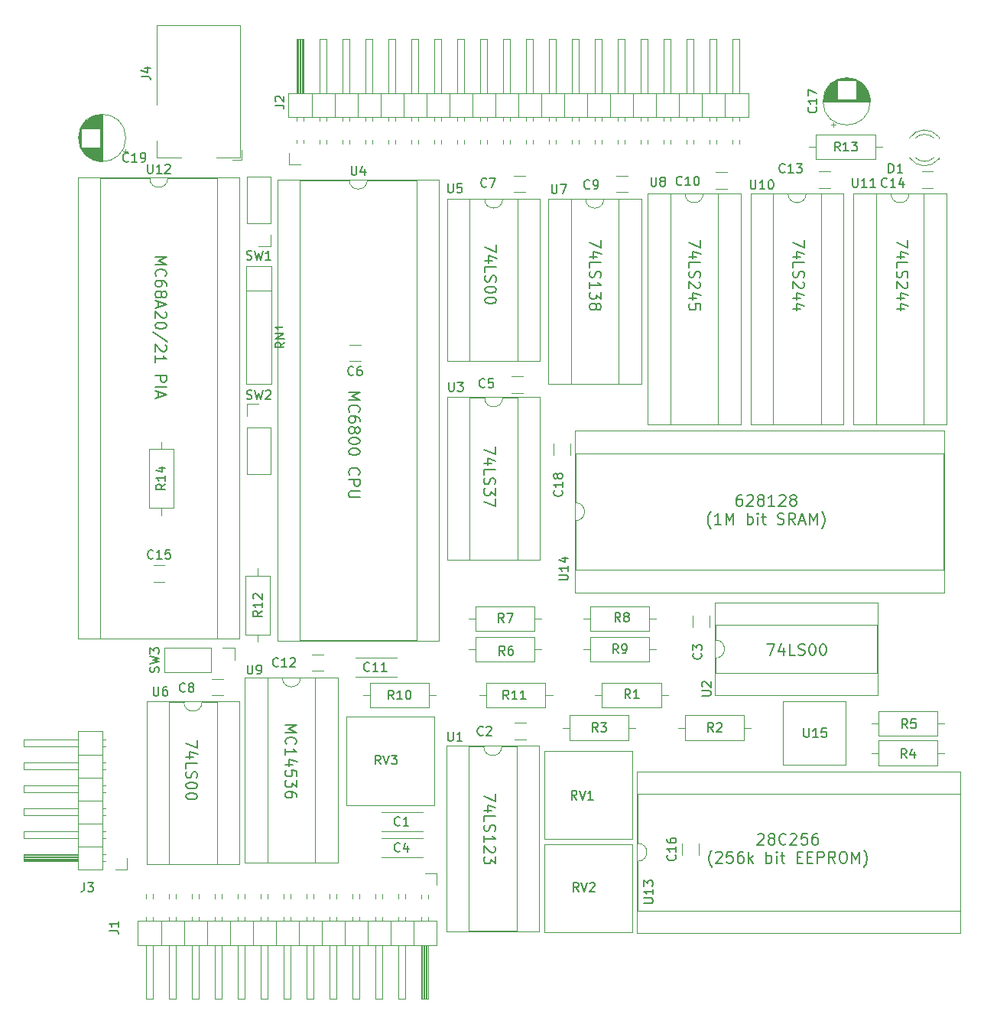
<source format=gto>
G04 #@! TF.GenerationSoftware,KiCad,Pcbnew,(5.1.4-0-10_14)*
G04 #@! TF.CreationDate,2021-07-25T18:03:46+09:00*
G04 #@! TF.ProjectId,K68-CPUB,4b36382d-4350-4554-922e-6b696361645f,rev?*
G04 #@! TF.SameCoordinates,Original*
G04 #@! TF.FileFunction,Legend,Top*
G04 #@! TF.FilePolarity,Positive*
%FSLAX46Y46*%
G04 Gerber Fmt 4.6, Leading zero omitted, Abs format (unit mm)*
G04 Created by KiCad (PCBNEW (5.1.4-0-10_14)) date 2021-07-25 18:03:46*
%MOMM*%
%LPD*%
G04 APERTURE LIST*
%ADD10C,0.150000*%
%ADD11C,0.120000*%
%ADD12O,1.802000X1.802000*%
%ADD13R,1.802000X1.802000*%
%ADD14O,1.702000X1.702000*%
%ADD15C,1.702000*%
%ADD16R,1.702000X1.702000*%
%ADD17C,0.100000*%
%ADD18C,3.602000*%
%ADD19C,3.102000*%
%ADD20R,3.602000X3.602000*%
%ADD21C,1.902000*%
%ADD22R,1.902000X1.902000*%
%ADD23O,1.302000X1.202000*%
%ADD24C,1.542000*%
%ADD25C,3.302000*%
G04 APERTURE END LIST*
D10*
X114584523Y-127496428D02*
X114584523Y-128329761D01*
X113334523Y-127794047D01*
X114167857Y-129341666D02*
X113334523Y-129341666D01*
X114644047Y-129044047D02*
X113751190Y-128746428D01*
X113751190Y-129520238D01*
X113334523Y-130591666D02*
X113334523Y-129996428D01*
X114584523Y-129996428D01*
X113394047Y-130948809D02*
X113334523Y-131127380D01*
X113334523Y-131425000D01*
X113394047Y-131544047D01*
X113453571Y-131603571D01*
X113572619Y-131663095D01*
X113691666Y-131663095D01*
X113810714Y-131603571D01*
X113870238Y-131544047D01*
X113929761Y-131425000D01*
X113989285Y-131186904D01*
X114048809Y-131067857D01*
X114108333Y-131008333D01*
X114227380Y-130948809D01*
X114346428Y-130948809D01*
X114465476Y-131008333D01*
X114525000Y-131067857D01*
X114584523Y-131186904D01*
X114584523Y-131484523D01*
X114525000Y-131663095D01*
X114584523Y-132436904D02*
X114584523Y-132555952D01*
X114525000Y-132675000D01*
X114465476Y-132734523D01*
X114346428Y-132794047D01*
X114108333Y-132853571D01*
X113810714Y-132853571D01*
X113572619Y-132794047D01*
X113453571Y-132734523D01*
X113394047Y-132675000D01*
X113334523Y-132555952D01*
X113334523Y-132436904D01*
X113394047Y-132317857D01*
X113453571Y-132258333D01*
X113572619Y-132198809D01*
X113810714Y-132139285D01*
X114108333Y-132139285D01*
X114346428Y-132198809D01*
X114465476Y-132258333D01*
X114525000Y-132317857D01*
X114584523Y-132436904D01*
X114584523Y-133627380D02*
X114584523Y-133746428D01*
X114525000Y-133865476D01*
X114465476Y-133925000D01*
X114346428Y-133984523D01*
X114108333Y-134044047D01*
X113810714Y-134044047D01*
X113572619Y-133984523D01*
X113453571Y-133925000D01*
X113394047Y-133865476D01*
X113334523Y-133746428D01*
X113334523Y-133627380D01*
X113394047Y-133508333D01*
X113453571Y-133448809D01*
X113572619Y-133389285D01*
X113810714Y-133329761D01*
X114108333Y-133329761D01*
X114346428Y-133389285D01*
X114465476Y-133448809D01*
X114525000Y-133508333D01*
X114584523Y-133627380D01*
X124334523Y-125782142D02*
X125584523Y-125782142D01*
X124691666Y-126198809D01*
X125584523Y-126615476D01*
X124334523Y-126615476D01*
X124453571Y-127925000D02*
X124394047Y-127865476D01*
X124334523Y-127686904D01*
X124334523Y-127567857D01*
X124394047Y-127389285D01*
X124513095Y-127270238D01*
X124632142Y-127210714D01*
X124870238Y-127151190D01*
X125048809Y-127151190D01*
X125286904Y-127210714D01*
X125405952Y-127270238D01*
X125525000Y-127389285D01*
X125584523Y-127567857D01*
X125584523Y-127686904D01*
X125525000Y-127865476D01*
X125465476Y-127925000D01*
X124334523Y-129115476D02*
X124334523Y-128401190D01*
X124334523Y-128758333D02*
X125584523Y-128758333D01*
X125405952Y-128639285D01*
X125286904Y-128520238D01*
X125227380Y-128401190D01*
X125167857Y-130186904D02*
X124334523Y-130186904D01*
X125644047Y-129889285D02*
X124751190Y-129591666D01*
X124751190Y-130365476D01*
X125584523Y-131436904D02*
X125584523Y-130841666D01*
X124989285Y-130782142D01*
X125048809Y-130841666D01*
X125108333Y-130960714D01*
X125108333Y-131258333D01*
X125048809Y-131377380D01*
X124989285Y-131436904D01*
X124870238Y-131496428D01*
X124572619Y-131496428D01*
X124453571Y-131436904D01*
X124394047Y-131377380D01*
X124334523Y-131258333D01*
X124334523Y-130960714D01*
X124394047Y-130841666D01*
X124453571Y-130782142D01*
X125584523Y-131913095D02*
X125584523Y-132686904D01*
X125108333Y-132270238D01*
X125108333Y-132448809D01*
X125048809Y-132567857D01*
X124989285Y-132627380D01*
X124870238Y-132686904D01*
X124572619Y-132686904D01*
X124453571Y-132627380D01*
X124394047Y-132567857D01*
X124334523Y-132448809D01*
X124334523Y-132091666D01*
X124394047Y-131972619D01*
X124453571Y-131913095D01*
X125584523Y-133758333D02*
X125584523Y-133520238D01*
X125525000Y-133401190D01*
X125465476Y-133341666D01*
X125286904Y-133222619D01*
X125048809Y-133163095D01*
X124572619Y-133163095D01*
X124453571Y-133222619D01*
X124394047Y-133282142D01*
X124334523Y-133401190D01*
X124334523Y-133639285D01*
X124394047Y-133758333D01*
X124453571Y-133817857D01*
X124572619Y-133877380D01*
X124870238Y-133877380D01*
X124989285Y-133817857D01*
X125048809Y-133758333D01*
X125108333Y-133639285D01*
X125108333Y-133401190D01*
X125048809Y-133282142D01*
X124989285Y-133222619D01*
X124870238Y-133163095D01*
X147584523Y-133401190D02*
X147584523Y-134234523D01*
X146334523Y-133698809D01*
X147167857Y-135246428D02*
X146334523Y-135246428D01*
X147644047Y-134948809D02*
X146751190Y-134651190D01*
X146751190Y-135425000D01*
X146334523Y-136496428D02*
X146334523Y-135901190D01*
X147584523Y-135901190D01*
X146394047Y-136853571D02*
X146334523Y-137032142D01*
X146334523Y-137329761D01*
X146394047Y-137448809D01*
X146453571Y-137508333D01*
X146572619Y-137567857D01*
X146691666Y-137567857D01*
X146810714Y-137508333D01*
X146870238Y-137448809D01*
X146929761Y-137329761D01*
X146989285Y-137091666D01*
X147048809Y-136972619D01*
X147108333Y-136913095D01*
X147227380Y-136853571D01*
X147346428Y-136853571D01*
X147465476Y-136913095D01*
X147525000Y-136972619D01*
X147584523Y-137091666D01*
X147584523Y-137389285D01*
X147525000Y-137567857D01*
X146334523Y-138758333D02*
X146334523Y-138044047D01*
X146334523Y-138401190D02*
X147584523Y-138401190D01*
X147405952Y-138282142D01*
X147286904Y-138163095D01*
X147227380Y-138044047D01*
X147465476Y-139234523D02*
X147525000Y-139294047D01*
X147584523Y-139413095D01*
X147584523Y-139710714D01*
X147525000Y-139829761D01*
X147465476Y-139889285D01*
X147346428Y-139948809D01*
X147227380Y-139948809D01*
X147048809Y-139889285D01*
X146334523Y-139175000D01*
X146334523Y-139948809D01*
X147584523Y-140365476D02*
X147584523Y-141139285D01*
X147108333Y-140722619D01*
X147108333Y-140901190D01*
X147048809Y-141020238D01*
X146989285Y-141079761D01*
X146870238Y-141139285D01*
X146572619Y-141139285D01*
X146453571Y-141079761D01*
X146394047Y-141020238D01*
X146334523Y-140901190D01*
X146334523Y-140544047D01*
X146394047Y-140425000D01*
X146453571Y-140365476D01*
X176636904Y-137922023D02*
X176696428Y-137862500D01*
X176815476Y-137802976D01*
X177113095Y-137802976D01*
X177232142Y-137862500D01*
X177291666Y-137922023D01*
X177351190Y-138041071D01*
X177351190Y-138160119D01*
X177291666Y-138338690D01*
X176577380Y-139052976D01*
X177351190Y-139052976D01*
X178065476Y-138338690D02*
X177946428Y-138279166D01*
X177886904Y-138219642D01*
X177827380Y-138100595D01*
X177827380Y-138041071D01*
X177886904Y-137922023D01*
X177946428Y-137862500D01*
X178065476Y-137802976D01*
X178303571Y-137802976D01*
X178422619Y-137862500D01*
X178482142Y-137922023D01*
X178541666Y-138041071D01*
X178541666Y-138100595D01*
X178482142Y-138219642D01*
X178422619Y-138279166D01*
X178303571Y-138338690D01*
X178065476Y-138338690D01*
X177946428Y-138398214D01*
X177886904Y-138457738D01*
X177827380Y-138576785D01*
X177827380Y-138814880D01*
X177886904Y-138933928D01*
X177946428Y-138993452D01*
X178065476Y-139052976D01*
X178303571Y-139052976D01*
X178422619Y-138993452D01*
X178482142Y-138933928D01*
X178541666Y-138814880D01*
X178541666Y-138576785D01*
X178482142Y-138457738D01*
X178422619Y-138398214D01*
X178303571Y-138338690D01*
X179791666Y-138933928D02*
X179732142Y-138993452D01*
X179553571Y-139052976D01*
X179434523Y-139052976D01*
X179255952Y-138993452D01*
X179136904Y-138874404D01*
X179077380Y-138755357D01*
X179017857Y-138517261D01*
X179017857Y-138338690D01*
X179077380Y-138100595D01*
X179136904Y-137981547D01*
X179255952Y-137862500D01*
X179434523Y-137802976D01*
X179553571Y-137802976D01*
X179732142Y-137862500D01*
X179791666Y-137922023D01*
X180267857Y-137922023D02*
X180327380Y-137862500D01*
X180446428Y-137802976D01*
X180744047Y-137802976D01*
X180863095Y-137862500D01*
X180922619Y-137922023D01*
X180982142Y-138041071D01*
X180982142Y-138160119D01*
X180922619Y-138338690D01*
X180208333Y-139052976D01*
X180982142Y-139052976D01*
X182113095Y-137802976D02*
X181517857Y-137802976D01*
X181458333Y-138398214D01*
X181517857Y-138338690D01*
X181636904Y-138279166D01*
X181934523Y-138279166D01*
X182053571Y-138338690D01*
X182113095Y-138398214D01*
X182172619Y-138517261D01*
X182172619Y-138814880D01*
X182113095Y-138933928D01*
X182053571Y-138993452D01*
X181934523Y-139052976D01*
X181636904Y-139052976D01*
X181517857Y-138993452D01*
X181458333Y-138933928D01*
X183244047Y-137802976D02*
X183005952Y-137802976D01*
X182886904Y-137862500D01*
X182827380Y-137922023D01*
X182708333Y-138100595D01*
X182648809Y-138338690D01*
X182648809Y-138814880D01*
X182708333Y-138933928D01*
X182767857Y-138993452D01*
X182886904Y-139052976D01*
X183125000Y-139052976D01*
X183244047Y-138993452D01*
X183303571Y-138933928D01*
X183363095Y-138814880D01*
X183363095Y-138517261D01*
X183303571Y-138398214D01*
X183244047Y-138338690D01*
X183125000Y-138279166D01*
X182886904Y-138279166D01*
X182767857Y-138338690D01*
X182708333Y-138398214D01*
X182648809Y-138517261D01*
X171607142Y-141554166D02*
X171547619Y-141494642D01*
X171428571Y-141316071D01*
X171369047Y-141197023D01*
X171309523Y-141018452D01*
X171250000Y-140720833D01*
X171250000Y-140482738D01*
X171309523Y-140185119D01*
X171369047Y-140006547D01*
X171428571Y-139887500D01*
X171547619Y-139708928D01*
X171607142Y-139649404D01*
X172023809Y-139947023D02*
X172083333Y-139887500D01*
X172202380Y-139827976D01*
X172500000Y-139827976D01*
X172619047Y-139887500D01*
X172678571Y-139947023D01*
X172738095Y-140066071D01*
X172738095Y-140185119D01*
X172678571Y-140363690D01*
X171964285Y-141077976D01*
X172738095Y-141077976D01*
X173869047Y-139827976D02*
X173273809Y-139827976D01*
X173214285Y-140423214D01*
X173273809Y-140363690D01*
X173392857Y-140304166D01*
X173690476Y-140304166D01*
X173809523Y-140363690D01*
X173869047Y-140423214D01*
X173928571Y-140542261D01*
X173928571Y-140839880D01*
X173869047Y-140958928D01*
X173809523Y-141018452D01*
X173690476Y-141077976D01*
X173392857Y-141077976D01*
X173273809Y-141018452D01*
X173214285Y-140958928D01*
X175000000Y-139827976D02*
X174761904Y-139827976D01*
X174642857Y-139887500D01*
X174583333Y-139947023D01*
X174464285Y-140125595D01*
X174404761Y-140363690D01*
X174404761Y-140839880D01*
X174464285Y-140958928D01*
X174523809Y-141018452D01*
X174642857Y-141077976D01*
X174880952Y-141077976D01*
X175000000Y-141018452D01*
X175059523Y-140958928D01*
X175119047Y-140839880D01*
X175119047Y-140542261D01*
X175059523Y-140423214D01*
X175000000Y-140363690D01*
X174880952Y-140304166D01*
X174642857Y-140304166D01*
X174523809Y-140363690D01*
X174464285Y-140423214D01*
X174404761Y-140542261D01*
X175654761Y-141077976D02*
X175654761Y-139827976D01*
X175773809Y-140601785D02*
X176130952Y-141077976D01*
X176130952Y-140244642D02*
X175654761Y-140720833D01*
X177619047Y-141077976D02*
X177619047Y-139827976D01*
X177619047Y-140304166D02*
X177738095Y-140244642D01*
X177976190Y-140244642D01*
X178095238Y-140304166D01*
X178154761Y-140363690D01*
X178214285Y-140482738D01*
X178214285Y-140839880D01*
X178154761Y-140958928D01*
X178095238Y-141018452D01*
X177976190Y-141077976D01*
X177738095Y-141077976D01*
X177619047Y-141018452D01*
X178750000Y-141077976D02*
X178750000Y-140244642D01*
X178750000Y-139827976D02*
X178690476Y-139887500D01*
X178750000Y-139947023D01*
X178809523Y-139887500D01*
X178750000Y-139827976D01*
X178750000Y-139947023D01*
X179166666Y-140244642D02*
X179642857Y-140244642D01*
X179345238Y-139827976D02*
X179345238Y-140899404D01*
X179404761Y-141018452D01*
X179523809Y-141077976D01*
X179642857Y-141077976D01*
X181011904Y-140423214D02*
X181428571Y-140423214D01*
X181607142Y-141077976D02*
X181011904Y-141077976D01*
X181011904Y-139827976D01*
X181607142Y-139827976D01*
X182142857Y-140423214D02*
X182559523Y-140423214D01*
X182738095Y-141077976D02*
X182142857Y-141077976D01*
X182142857Y-139827976D01*
X182738095Y-139827976D01*
X183273809Y-141077976D02*
X183273809Y-139827976D01*
X183750000Y-139827976D01*
X183869047Y-139887500D01*
X183928571Y-139947023D01*
X183988095Y-140066071D01*
X183988095Y-140244642D01*
X183928571Y-140363690D01*
X183869047Y-140423214D01*
X183750000Y-140482738D01*
X183273809Y-140482738D01*
X185238095Y-141077976D02*
X184821428Y-140482738D01*
X184523809Y-141077976D02*
X184523809Y-139827976D01*
X185000000Y-139827976D01*
X185119047Y-139887500D01*
X185178571Y-139947023D01*
X185238095Y-140066071D01*
X185238095Y-140244642D01*
X185178571Y-140363690D01*
X185119047Y-140423214D01*
X185000000Y-140482738D01*
X184523809Y-140482738D01*
X186011904Y-139827976D02*
X186250000Y-139827976D01*
X186369047Y-139887500D01*
X186488095Y-140006547D01*
X186547619Y-140244642D01*
X186547619Y-140661309D01*
X186488095Y-140899404D01*
X186369047Y-141018452D01*
X186250000Y-141077976D01*
X186011904Y-141077976D01*
X185892857Y-141018452D01*
X185773809Y-140899404D01*
X185714285Y-140661309D01*
X185714285Y-140244642D01*
X185773809Y-140006547D01*
X185892857Y-139887500D01*
X186011904Y-139827976D01*
X187083333Y-141077976D02*
X187083333Y-139827976D01*
X187500000Y-140720833D01*
X187916666Y-139827976D01*
X187916666Y-141077976D01*
X188392857Y-141554166D02*
X188452380Y-141494642D01*
X188571428Y-141316071D01*
X188630952Y-141197023D01*
X188690476Y-141018452D01*
X188750000Y-140720833D01*
X188750000Y-140482738D01*
X188690476Y-140185119D01*
X188630952Y-140006547D01*
X188571428Y-139887500D01*
X188452380Y-139708928D01*
X188392857Y-139649404D01*
X177696428Y-116815476D02*
X178529761Y-116815476D01*
X177994047Y-118065476D01*
X179541666Y-117232142D02*
X179541666Y-118065476D01*
X179244047Y-116755952D02*
X178946428Y-117648809D01*
X179720238Y-117648809D01*
X180791666Y-118065476D02*
X180196428Y-118065476D01*
X180196428Y-116815476D01*
X181148809Y-118005952D02*
X181327380Y-118065476D01*
X181625000Y-118065476D01*
X181744047Y-118005952D01*
X181803571Y-117946428D01*
X181863095Y-117827380D01*
X181863095Y-117708333D01*
X181803571Y-117589285D01*
X181744047Y-117529761D01*
X181625000Y-117470238D01*
X181386904Y-117410714D01*
X181267857Y-117351190D01*
X181208333Y-117291666D01*
X181148809Y-117172619D01*
X181148809Y-117053571D01*
X181208333Y-116934523D01*
X181267857Y-116875000D01*
X181386904Y-116815476D01*
X181684523Y-116815476D01*
X181863095Y-116875000D01*
X182636904Y-116815476D02*
X182755952Y-116815476D01*
X182875000Y-116875000D01*
X182934523Y-116934523D01*
X182994047Y-117053571D01*
X183053571Y-117291666D01*
X183053571Y-117589285D01*
X182994047Y-117827380D01*
X182934523Y-117946428D01*
X182875000Y-118005952D01*
X182755952Y-118065476D01*
X182636904Y-118065476D01*
X182517857Y-118005952D01*
X182458333Y-117946428D01*
X182398809Y-117827380D01*
X182339285Y-117589285D01*
X182339285Y-117291666D01*
X182398809Y-117053571D01*
X182458333Y-116934523D01*
X182517857Y-116875000D01*
X182636904Y-116815476D01*
X183827380Y-116815476D02*
X183946428Y-116815476D01*
X184065476Y-116875000D01*
X184125000Y-116934523D01*
X184184523Y-117053571D01*
X184244047Y-117291666D01*
X184244047Y-117589285D01*
X184184523Y-117827380D01*
X184125000Y-117946428D01*
X184065476Y-118005952D01*
X183946428Y-118065476D01*
X183827380Y-118065476D01*
X183708333Y-118005952D01*
X183648809Y-117946428D01*
X183589285Y-117827380D01*
X183529761Y-117589285D01*
X183529761Y-117291666D01*
X183589285Y-117053571D01*
X183648809Y-116934523D01*
X183708333Y-116875000D01*
X183827380Y-116815476D01*
X174861904Y-100302976D02*
X174623809Y-100302976D01*
X174504761Y-100362500D01*
X174445238Y-100422023D01*
X174326190Y-100600595D01*
X174266666Y-100838690D01*
X174266666Y-101314880D01*
X174326190Y-101433928D01*
X174385714Y-101493452D01*
X174504761Y-101552976D01*
X174742857Y-101552976D01*
X174861904Y-101493452D01*
X174921428Y-101433928D01*
X174980952Y-101314880D01*
X174980952Y-101017261D01*
X174921428Y-100898214D01*
X174861904Y-100838690D01*
X174742857Y-100779166D01*
X174504761Y-100779166D01*
X174385714Y-100838690D01*
X174326190Y-100898214D01*
X174266666Y-101017261D01*
X175457142Y-100422023D02*
X175516666Y-100362500D01*
X175635714Y-100302976D01*
X175933333Y-100302976D01*
X176052380Y-100362500D01*
X176111904Y-100422023D01*
X176171428Y-100541071D01*
X176171428Y-100660119D01*
X176111904Y-100838690D01*
X175397619Y-101552976D01*
X176171428Y-101552976D01*
X176885714Y-100838690D02*
X176766666Y-100779166D01*
X176707142Y-100719642D01*
X176647619Y-100600595D01*
X176647619Y-100541071D01*
X176707142Y-100422023D01*
X176766666Y-100362500D01*
X176885714Y-100302976D01*
X177123809Y-100302976D01*
X177242857Y-100362500D01*
X177302380Y-100422023D01*
X177361904Y-100541071D01*
X177361904Y-100600595D01*
X177302380Y-100719642D01*
X177242857Y-100779166D01*
X177123809Y-100838690D01*
X176885714Y-100838690D01*
X176766666Y-100898214D01*
X176707142Y-100957738D01*
X176647619Y-101076785D01*
X176647619Y-101314880D01*
X176707142Y-101433928D01*
X176766666Y-101493452D01*
X176885714Y-101552976D01*
X177123809Y-101552976D01*
X177242857Y-101493452D01*
X177302380Y-101433928D01*
X177361904Y-101314880D01*
X177361904Y-101076785D01*
X177302380Y-100957738D01*
X177242857Y-100898214D01*
X177123809Y-100838690D01*
X178552380Y-101552976D02*
X177838095Y-101552976D01*
X178195238Y-101552976D02*
X178195238Y-100302976D01*
X178076190Y-100481547D01*
X177957142Y-100600595D01*
X177838095Y-100660119D01*
X179028571Y-100422023D02*
X179088095Y-100362500D01*
X179207142Y-100302976D01*
X179504761Y-100302976D01*
X179623809Y-100362500D01*
X179683333Y-100422023D01*
X179742857Y-100541071D01*
X179742857Y-100660119D01*
X179683333Y-100838690D01*
X178969047Y-101552976D01*
X179742857Y-101552976D01*
X180457142Y-100838690D02*
X180338095Y-100779166D01*
X180278571Y-100719642D01*
X180219047Y-100600595D01*
X180219047Y-100541071D01*
X180278571Y-100422023D01*
X180338095Y-100362500D01*
X180457142Y-100302976D01*
X180695238Y-100302976D01*
X180814285Y-100362500D01*
X180873809Y-100422023D01*
X180933333Y-100541071D01*
X180933333Y-100600595D01*
X180873809Y-100719642D01*
X180814285Y-100779166D01*
X180695238Y-100838690D01*
X180457142Y-100838690D01*
X180338095Y-100898214D01*
X180278571Y-100957738D01*
X180219047Y-101076785D01*
X180219047Y-101314880D01*
X180278571Y-101433928D01*
X180338095Y-101493452D01*
X180457142Y-101552976D01*
X180695238Y-101552976D01*
X180814285Y-101493452D01*
X180873809Y-101433928D01*
X180933333Y-101314880D01*
X180933333Y-101076785D01*
X180873809Y-100957738D01*
X180814285Y-100898214D01*
X180695238Y-100838690D01*
X171469047Y-104054166D02*
X171409523Y-103994642D01*
X171290476Y-103816071D01*
X171230952Y-103697023D01*
X171171428Y-103518452D01*
X171111904Y-103220833D01*
X171111904Y-102982738D01*
X171171428Y-102685119D01*
X171230952Y-102506547D01*
X171290476Y-102387500D01*
X171409523Y-102208928D01*
X171469047Y-102149404D01*
X172600000Y-103577976D02*
X171885714Y-103577976D01*
X172242857Y-103577976D02*
X172242857Y-102327976D01*
X172123809Y-102506547D01*
X172004761Y-102625595D01*
X171885714Y-102685119D01*
X173135714Y-103577976D02*
X173135714Y-102327976D01*
X173552380Y-103220833D01*
X173969047Y-102327976D01*
X173969047Y-103577976D01*
X175516666Y-103577976D02*
X175516666Y-102327976D01*
X175516666Y-102804166D02*
X175635714Y-102744642D01*
X175873809Y-102744642D01*
X175992857Y-102804166D01*
X176052380Y-102863690D01*
X176111904Y-102982738D01*
X176111904Y-103339880D01*
X176052380Y-103458928D01*
X175992857Y-103518452D01*
X175873809Y-103577976D01*
X175635714Y-103577976D01*
X175516666Y-103518452D01*
X176647619Y-103577976D02*
X176647619Y-102744642D01*
X176647619Y-102327976D02*
X176588095Y-102387500D01*
X176647619Y-102447023D01*
X176707142Y-102387500D01*
X176647619Y-102327976D01*
X176647619Y-102447023D01*
X177064285Y-102744642D02*
X177540476Y-102744642D01*
X177242857Y-102327976D02*
X177242857Y-103399404D01*
X177302380Y-103518452D01*
X177421428Y-103577976D01*
X177540476Y-103577976D01*
X178850000Y-103518452D02*
X179028571Y-103577976D01*
X179326190Y-103577976D01*
X179445238Y-103518452D01*
X179504761Y-103458928D01*
X179564285Y-103339880D01*
X179564285Y-103220833D01*
X179504761Y-103101785D01*
X179445238Y-103042261D01*
X179326190Y-102982738D01*
X179088095Y-102923214D01*
X178969047Y-102863690D01*
X178909523Y-102804166D01*
X178850000Y-102685119D01*
X178850000Y-102566071D01*
X178909523Y-102447023D01*
X178969047Y-102387500D01*
X179088095Y-102327976D01*
X179385714Y-102327976D01*
X179564285Y-102387500D01*
X180814285Y-103577976D02*
X180397619Y-102982738D01*
X180100000Y-103577976D02*
X180100000Y-102327976D01*
X180576190Y-102327976D01*
X180695238Y-102387500D01*
X180754761Y-102447023D01*
X180814285Y-102566071D01*
X180814285Y-102744642D01*
X180754761Y-102863690D01*
X180695238Y-102923214D01*
X180576190Y-102982738D01*
X180100000Y-102982738D01*
X181290476Y-103220833D02*
X181885714Y-103220833D01*
X181171428Y-103577976D02*
X181588095Y-102327976D01*
X182004761Y-103577976D01*
X182421428Y-103577976D02*
X182421428Y-102327976D01*
X182838095Y-103220833D01*
X183254761Y-102327976D01*
X183254761Y-103577976D01*
X183730952Y-104054166D02*
X183790476Y-103994642D01*
X183909523Y-103816071D01*
X183969047Y-103697023D01*
X184028571Y-103518452D01*
X184088095Y-103220833D01*
X184088095Y-102982738D01*
X184028571Y-102685119D01*
X183969047Y-102506547D01*
X183909523Y-102387500D01*
X183790476Y-102208928D01*
X183730952Y-102149404D01*
X193284523Y-72101190D02*
X193284523Y-72934523D01*
X192034523Y-72398809D01*
X192867857Y-73946428D02*
X192034523Y-73946428D01*
X193344047Y-73648809D02*
X192451190Y-73351190D01*
X192451190Y-74125000D01*
X192034523Y-75196428D02*
X192034523Y-74601190D01*
X193284523Y-74601190D01*
X192094047Y-75553571D02*
X192034523Y-75732142D01*
X192034523Y-76029761D01*
X192094047Y-76148809D01*
X192153571Y-76208333D01*
X192272619Y-76267857D01*
X192391666Y-76267857D01*
X192510714Y-76208333D01*
X192570238Y-76148809D01*
X192629761Y-76029761D01*
X192689285Y-75791666D01*
X192748809Y-75672619D01*
X192808333Y-75613095D01*
X192927380Y-75553571D01*
X193046428Y-75553571D01*
X193165476Y-75613095D01*
X193225000Y-75672619D01*
X193284523Y-75791666D01*
X193284523Y-76089285D01*
X193225000Y-76267857D01*
X193165476Y-76744047D02*
X193225000Y-76803571D01*
X193284523Y-76922619D01*
X193284523Y-77220238D01*
X193225000Y-77339285D01*
X193165476Y-77398809D01*
X193046428Y-77458333D01*
X192927380Y-77458333D01*
X192748809Y-77398809D01*
X192034523Y-76684523D01*
X192034523Y-77458333D01*
X192867857Y-78529761D02*
X192034523Y-78529761D01*
X193344047Y-78232142D02*
X192451190Y-77934523D01*
X192451190Y-78708333D01*
X192867857Y-79720238D02*
X192034523Y-79720238D01*
X193344047Y-79422619D02*
X192451190Y-79125000D01*
X192451190Y-79898809D01*
X181784523Y-72101190D02*
X181784523Y-72934523D01*
X180534523Y-72398809D01*
X181367857Y-73946428D02*
X180534523Y-73946428D01*
X181844047Y-73648809D02*
X180951190Y-73351190D01*
X180951190Y-74125000D01*
X180534523Y-75196428D02*
X180534523Y-74601190D01*
X181784523Y-74601190D01*
X180594047Y-75553571D02*
X180534523Y-75732142D01*
X180534523Y-76029761D01*
X180594047Y-76148809D01*
X180653571Y-76208333D01*
X180772619Y-76267857D01*
X180891666Y-76267857D01*
X181010714Y-76208333D01*
X181070238Y-76148809D01*
X181129761Y-76029761D01*
X181189285Y-75791666D01*
X181248809Y-75672619D01*
X181308333Y-75613095D01*
X181427380Y-75553571D01*
X181546428Y-75553571D01*
X181665476Y-75613095D01*
X181725000Y-75672619D01*
X181784523Y-75791666D01*
X181784523Y-76089285D01*
X181725000Y-76267857D01*
X181665476Y-76744047D02*
X181725000Y-76803571D01*
X181784523Y-76922619D01*
X181784523Y-77220238D01*
X181725000Y-77339285D01*
X181665476Y-77398809D01*
X181546428Y-77458333D01*
X181427380Y-77458333D01*
X181248809Y-77398809D01*
X180534523Y-76684523D01*
X180534523Y-77458333D01*
X181367857Y-78529761D02*
X180534523Y-78529761D01*
X181844047Y-78232142D02*
X180951190Y-77934523D01*
X180951190Y-78708333D01*
X181367857Y-79720238D02*
X180534523Y-79720238D01*
X181844047Y-79422619D02*
X180951190Y-79125000D01*
X180951190Y-79898809D01*
X170284523Y-72101190D02*
X170284523Y-72934523D01*
X169034523Y-72398809D01*
X169867857Y-73946428D02*
X169034523Y-73946428D01*
X170344047Y-73648809D02*
X169451190Y-73351190D01*
X169451190Y-74125000D01*
X169034523Y-75196428D02*
X169034523Y-74601190D01*
X170284523Y-74601190D01*
X169094047Y-75553571D02*
X169034523Y-75732142D01*
X169034523Y-76029761D01*
X169094047Y-76148809D01*
X169153571Y-76208333D01*
X169272619Y-76267857D01*
X169391666Y-76267857D01*
X169510714Y-76208333D01*
X169570238Y-76148809D01*
X169629761Y-76029761D01*
X169689285Y-75791666D01*
X169748809Y-75672619D01*
X169808333Y-75613095D01*
X169927380Y-75553571D01*
X170046428Y-75553571D01*
X170165476Y-75613095D01*
X170225000Y-75672619D01*
X170284523Y-75791666D01*
X170284523Y-76089285D01*
X170225000Y-76267857D01*
X170165476Y-76744047D02*
X170225000Y-76803571D01*
X170284523Y-76922619D01*
X170284523Y-77220238D01*
X170225000Y-77339285D01*
X170165476Y-77398809D01*
X170046428Y-77458333D01*
X169927380Y-77458333D01*
X169748809Y-77398809D01*
X169034523Y-76684523D01*
X169034523Y-77458333D01*
X169867857Y-78529761D02*
X169034523Y-78529761D01*
X170344047Y-78232142D02*
X169451190Y-77934523D01*
X169451190Y-78708333D01*
X170284523Y-79779761D02*
X170284523Y-79184523D01*
X169689285Y-79125000D01*
X169748809Y-79184523D01*
X169808333Y-79303571D01*
X169808333Y-79601190D01*
X169748809Y-79720238D01*
X169689285Y-79779761D01*
X169570238Y-79839285D01*
X169272619Y-79839285D01*
X169153571Y-79779761D01*
X169094047Y-79720238D01*
X169034523Y-79601190D01*
X169034523Y-79303571D01*
X169094047Y-79184523D01*
X169153571Y-79125000D01*
X159284523Y-72101190D02*
X159284523Y-72934523D01*
X158034523Y-72398809D01*
X158867857Y-73946428D02*
X158034523Y-73946428D01*
X159344047Y-73648809D02*
X158451190Y-73351190D01*
X158451190Y-74125000D01*
X158034523Y-75196428D02*
X158034523Y-74601190D01*
X159284523Y-74601190D01*
X158094047Y-75553571D02*
X158034523Y-75732142D01*
X158034523Y-76029761D01*
X158094047Y-76148809D01*
X158153571Y-76208333D01*
X158272619Y-76267857D01*
X158391666Y-76267857D01*
X158510714Y-76208333D01*
X158570238Y-76148809D01*
X158629761Y-76029761D01*
X158689285Y-75791666D01*
X158748809Y-75672619D01*
X158808333Y-75613095D01*
X158927380Y-75553571D01*
X159046428Y-75553571D01*
X159165476Y-75613095D01*
X159225000Y-75672619D01*
X159284523Y-75791666D01*
X159284523Y-76089285D01*
X159225000Y-76267857D01*
X158034523Y-77458333D02*
X158034523Y-76744047D01*
X158034523Y-77101190D02*
X159284523Y-77101190D01*
X159105952Y-76982142D01*
X158986904Y-76863095D01*
X158927380Y-76744047D01*
X159284523Y-77875000D02*
X159284523Y-78648809D01*
X158808333Y-78232142D01*
X158808333Y-78410714D01*
X158748809Y-78529761D01*
X158689285Y-78589285D01*
X158570238Y-78648809D01*
X158272619Y-78648809D01*
X158153571Y-78589285D01*
X158094047Y-78529761D01*
X158034523Y-78410714D01*
X158034523Y-78053571D01*
X158094047Y-77934523D01*
X158153571Y-77875000D01*
X158748809Y-79363095D02*
X158808333Y-79244047D01*
X158867857Y-79184523D01*
X158986904Y-79125000D01*
X159046428Y-79125000D01*
X159165476Y-79184523D01*
X159225000Y-79244047D01*
X159284523Y-79363095D01*
X159284523Y-79601190D01*
X159225000Y-79720238D01*
X159165476Y-79779761D01*
X159046428Y-79839285D01*
X158986904Y-79839285D01*
X158867857Y-79779761D01*
X158808333Y-79720238D01*
X158748809Y-79601190D01*
X158748809Y-79363095D01*
X158689285Y-79244047D01*
X158629761Y-79184523D01*
X158510714Y-79125000D01*
X158272619Y-79125000D01*
X158153571Y-79184523D01*
X158094047Y-79244047D01*
X158034523Y-79363095D01*
X158034523Y-79601190D01*
X158094047Y-79720238D01*
X158153571Y-79779761D01*
X158272619Y-79839285D01*
X158510714Y-79839285D01*
X158629761Y-79779761D01*
X158689285Y-79720238D01*
X158748809Y-79601190D01*
X147684523Y-72596428D02*
X147684523Y-73429761D01*
X146434523Y-72894047D01*
X147267857Y-74441666D02*
X146434523Y-74441666D01*
X147744047Y-74144047D02*
X146851190Y-73846428D01*
X146851190Y-74620238D01*
X146434523Y-75691666D02*
X146434523Y-75096428D01*
X147684523Y-75096428D01*
X146494047Y-76048809D02*
X146434523Y-76227380D01*
X146434523Y-76525000D01*
X146494047Y-76644047D01*
X146553571Y-76703571D01*
X146672619Y-76763095D01*
X146791666Y-76763095D01*
X146910714Y-76703571D01*
X146970238Y-76644047D01*
X147029761Y-76525000D01*
X147089285Y-76286904D01*
X147148809Y-76167857D01*
X147208333Y-76108333D01*
X147327380Y-76048809D01*
X147446428Y-76048809D01*
X147565476Y-76108333D01*
X147625000Y-76167857D01*
X147684523Y-76286904D01*
X147684523Y-76584523D01*
X147625000Y-76763095D01*
X147684523Y-77536904D02*
X147684523Y-77655952D01*
X147625000Y-77775000D01*
X147565476Y-77834523D01*
X147446428Y-77894047D01*
X147208333Y-77953571D01*
X146910714Y-77953571D01*
X146672619Y-77894047D01*
X146553571Y-77834523D01*
X146494047Y-77775000D01*
X146434523Y-77655952D01*
X146434523Y-77536904D01*
X146494047Y-77417857D01*
X146553571Y-77358333D01*
X146672619Y-77298809D01*
X146910714Y-77239285D01*
X147208333Y-77239285D01*
X147446428Y-77298809D01*
X147565476Y-77358333D01*
X147625000Y-77417857D01*
X147684523Y-77536904D01*
X147684523Y-78727380D02*
X147684523Y-78846428D01*
X147625000Y-78965476D01*
X147565476Y-79025000D01*
X147446428Y-79084523D01*
X147208333Y-79144047D01*
X146910714Y-79144047D01*
X146672619Y-79084523D01*
X146553571Y-79025000D01*
X146494047Y-78965476D01*
X146434523Y-78846428D01*
X146434523Y-78727380D01*
X146494047Y-78608333D01*
X146553571Y-78548809D01*
X146672619Y-78489285D01*
X146910714Y-78429761D01*
X147208333Y-78429761D01*
X147446428Y-78489285D01*
X147565476Y-78548809D01*
X147625000Y-78608333D01*
X147684523Y-78727380D01*
X147584523Y-94996428D02*
X147584523Y-95829761D01*
X146334523Y-95294047D01*
X147167857Y-96841666D02*
X146334523Y-96841666D01*
X147644047Y-96544047D02*
X146751190Y-96246428D01*
X146751190Y-97020238D01*
X146334523Y-98091666D02*
X146334523Y-97496428D01*
X147584523Y-97496428D01*
X146394047Y-98448809D02*
X146334523Y-98627380D01*
X146334523Y-98925000D01*
X146394047Y-99044047D01*
X146453571Y-99103571D01*
X146572619Y-99163095D01*
X146691666Y-99163095D01*
X146810714Y-99103571D01*
X146870238Y-99044047D01*
X146929761Y-98925000D01*
X146989285Y-98686904D01*
X147048809Y-98567857D01*
X147108333Y-98508333D01*
X147227380Y-98448809D01*
X147346428Y-98448809D01*
X147465476Y-98508333D01*
X147525000Y-98567857D01*
X147584523Y-98686904D01*
X147584523Y-98984523D01*
X147525000Y-99163095D01*
X147584523Y-99579761D02*
X147584523Y-100353571D01*
X147108333Y-99936904D01*
X147108333Y-100115476D01*
X147048809Y-100234523D01*
X146989285Y-100294047D01*
X146870238Y-100353571D01*
X146572619Y-100353571D01*
X146453571Y-100294047D01*
X146394047Y-100234523D01*
X146334523Y-100115476D01*
X146334523Y-99758333D01*
X146394047Y-99639285D01*
X146453571Y-99579761D01*
X147584523Y-100770238D02*
X147584523Y-101603571D01*
X146334523Y-101067857D01*
X131334523Y-88996428D02*
X132584523Y-88996428D01*
X131691666Y-89413095D01*
X132584523Y-89829761D01*
X131334523Y-89829761D01*
X131453571Y-91139285D02*
X131394047Y-91079761D01*
X131334523Y-90901190D01*
X131334523Y-90782142D01*
X131394047Y-90603571D01*
X131513095Y-90484523D01*
X131632142Y-90425000D01*
X131870238Y-90365476D01*
X132048809Y-90365476D01*
X132286904Y-90425000D01*
X132405952Y-90484523D01*
X132525000Y-90603571D01*
X132584523Y-90782142D01*
X132584523Y-90901190D01*
X132525000Y-91079761D01*
X132465476Y-91139285D01*
X132584523Y-92210714D02*
X132584523Y-91972619D01*
X132525000Y-91853571D01*
X132465476Y-91794047D01*
X132286904Y-91675000D01*
X132048809Y-91615476D01*
X131572619Y-91615476D01*
X131453571Y-91675000D01*
X131394047Y-91734523D01*
X131334523Y-91853571D01*
X131334523Y-92091666D01*
X131394047Y-92210714D01*
X131453571Y-92270238D01*
X131572619Y-92329761D01*
X131870238Y-92329761D01*
X131989285Y-92270238D01*
X132048809Y-92210714D01*
X132108333Y-92091666D01*
X132108333Y-91853571D01*
X132048809Y-91734523D01*
X131989285Y-91675000D01*
X131870238Y-91615476D01*
X132048809Y-93044047D02*
X132108333Y-92925000D01*
X132167857Y-92865476D01*
X132286904Y-92805952D01*
X132346428Y-92805952D01*
X132465476Y-92865476D01*
X132525000Y-92925000D01*
X132584523Y-93044047D01*
X132584523Y-93282142D01*
X132525000Y-93401190D01*
X132465476Y-93460714D01*
X132346428Y-93520238D01*
X132286904Y-93520238D01*
X132167857Y-93460714D01*
X132108333Y-93401190D01*
X132048809Y-93282142D01*
X132048809Y-93044047D01*
X131989285Y-92925000D01*
X131929761Y-92865476D01*
X131810714Y-92805952D01*
X131572619Y-92805952D01*
X131453571Y-92865476D01*
X131394047Y-92925000D01*
X131334523Y-93044047D01*
X131334523Y-93282142D01*
X131394047Y-93401190D01*
X131453571Y-93460714D01*
X131572619Y-93520238D01*
X131810714Y-93520238D01*
X131929761Y-93460714D01*
X131989285Y-93401190D01*
X132048809Y-93282142D01*
X132584523Y-94294047D02*
X132584523Y-94413095D01*
X132525000Y-94532142D01*
X132465476Y-94591666D01*
X132346428Y-94651190D01*
X132108333Y-94710714D01*
X131810714Y-94710714D01*
X131572619Y-94651190D01*
X131453571Y-94591666D01*
X131394047Y-94532142D01*
X131334523Y-94413095D01*
X131334523Y-94294047D01*
X131394047Y-94175000D01*
X131453571Y-94115476D01*
X131572619Y-94055952D01*
X131810714Y-93996428D01*
X132108333Y-93996428D01*
X132346428Y-94055952D01*
X132465476Y-94115476D01*
X132525000Y-94175000D01*
X132584523Y-94294047D01*
X132584523Y-95484523D02*
X132584523Y-95603571D01*
X132525000Y-95722619D01*
X132465476Y-95782142D01*
X132346428Y-95841666D01*
X132108333Y-95901190D01*
X131810714Y-95901190D01*
X131572619Y-95841666D01*
X131453571Y-95782142D01*
X131394047Y-95722619D01*
X131334523Y-95603571D01*
X131334523Y-95484523D01*
X131394047Y-95365476D01*
X131453571Y-95305952D01*
X131572619Y-95246428D01*
X131810714Y-95186904D01*
X132108333Y-95186904D01*
X132346428Y-95246428D01*
X132465476Y-95305952D01*
X132525000Y-95365476D01*
X132584523Y-95484523D01*
X131453571Y-98103571D02*
X131394047Y-98044047D01*
X131334523Y-97865476D01*
X131334523Y-97746428D01*
X131394047Y-97567857D01*
X131513095Y-97448809D01*
X131632142Y-97389285D01*
X131870238Y-97329761D01*
X132048809Y-97329761D01*
X132286904Y-97389285D01*
X132405952Y-97448809D01*
X132525000Y-97567857D01*
X132584523Y-97746428D01*
X132584523Y-97865476D01*
X132525000Y-98044047D01*
X132465476Y-98103571D01*
X131334523Y-98639285D02*
X132584523Y-98639285D01*
X132584523Y-99115476D01*
X132525000Y-99234523D01*
X132465476Y-99294047D01*
X132346428Y-99353571D01*
X132167857Y-99353571D01*
X132048809Y-99294047D01*
X131989285Y-99234523D01*
X131929761Y-99115476D01*
X131929761Y-98639285D01*
X132584523Y-99889285D02*
X131572619Y-99889285D01*
X131453571Y-99948809D01*
X131394047Y-100008333D01*
X131334523Y-100127380D01*
X131334523Y-100365476D01*
X131394047Y-100484523D01*
X131453571Y-100544047D01*
X131572619Y-100603571D01*
X132584523Y-100603571D01*
X109934523Y-73961904D02*
X111184523Y-73961904D01*
X110291666Y-74378571D01*
X111184523Y-74795238D01*
X109934523Y-74795238D01*
X110053571Y-76104761D02*
X109994047Y-76045238D01*
X109934523Y-75866666D01*
X109934523Y-75747619D01*
X109994047Y-75569047D01*
X110113095Y-75450000D01*
X110232142Y-75390476D01*
X110470238Y-75330952D01*
X110648809Y-75330952D01*
X110886904Y-75390476D01*
X111005952Y-75450000D01*
X111125000Y-75569047D01*
X111184523Y-75747619D01*
X111184523Y-75866666D01*
X111125000Y-76045238D01*
X111065476Y-76104761D01*
X111184523Y-77176190D02*
X111184523Y-76938095D01*
X111125000Y-76819047D01*
X111065476Y-76759523D01*
X110886904Y-76640476D01*
X110648809Y-76580952D01*
X110172619Y-76580952D01*
X110053571Y-76640476D01*
X109994047Y-76700000D01*
X109934523Y-76819047D01*
X109934523Y-77057142D01*
X109994047Y-77176190D01*
X110053571Y-77235714D01*
X110172619Y-77295238D01*
X110470238Y-77295238D01*
X110589285Y-77235714D01*
X110648809Y-77176190D01*
X110708333Y-77057142D01*
X110708333Y-76819047D01*
X110648809Y-76700000D01*
X110589285Y-76640476D01*
X110470238Y-76580952D01*
X110648809Y-78009523D02*
X110708333Y-77890476D01*
X110767857Y-77830952D01*
X110886904Y-77771428D01*
X110946428Y-77771428D01*
X111065476Y-77830952D01*
X111125000Y-77890476D01*
X111184523Y-78009523D01*
X111184523Y-78247619D01*
X111125000Y-78366666D01*
X111065476Y-78426190D01*
X110946428Y-78485714D01*
X110886904Y-78485714D01*
X110767857Y-78426190D01*
X110708333Y-78366666D01*
X110648809Y-78247619D01*
X110648809Y-78009523D01*
X110589285Y-77890476D01*
X110529761Y-77830952D01*
X110410714Y-77771428D01*
X110172619Y-77771428D01*
X110053571Y-77830952D01*
X109994047Y-77890476D01*
X109934523Y-78009523D01*
X109934523Y-78247619D01*
X109994047Y-78366666D01*
X110053571Y-78426190D01*
X110172619Y-78485714D01*
X110410714Y-78485714D01*
X110529761Y-78426190D01*
X110589285Y-78366666D01*
X110648809Y-78247619D01*
X110291666Y-78961904D02*
X110291666Y-79557142D01*
X109934523Y-78842857D02*
X111184523Y-79259523D01*
X109934523Y-79676190D01*
X111065476Y-80033333D02*
X111125000Y-80092857D01*
X111184523Y-80211904D01*
X111184523Y-80509523D01*
X111125000Y-80628571D01*
X111065476Y-80688095D01*
X110946428Y-80747619D01*
X110827380Y-80747619D01*
X110648809Y-80688095D01*
X109934523Y-79973809D01*
X109934523Y-80747619D01*
X111184523Y-81521428D02*
X111184523Y-81640476D01*
X111125000Y-81759523D01*
X111065476Y-81819047D01*
X110946428Y-81878571D01*
X110708333Y-81938095D01*
X110410714Y-81938095D01*
X110172619Y-81878571D01*
X110053571Y-81819047D01*
X109994047Y-81759523D01*
X109934523Y-81640476D01*
X109934523Y-81521428D01*
X109994047Y-81402380D01*
X110053571Y-81342857D01*
X110172619Y-81283333D01*
X110410714Y-81223809D01*
X110708333Y-81223809D01*
X110946428Y-81283333D01*
X111065476Y-81342857D01*
X111125000Y-81402380D01*
X111184523Y-81521428D01*
X111244047Y-83366666D02*
X109636904Y-82295238D01*
X111065476Y-83723809D02*
X111125000Y-83783333D01*
X111184523Y-83902380D01*
X111184523Y-84200000D01*
X111125000Y-84319047D01*
X111065476Y-84378571D01*
X110946428Y-84438095D01*
X110827380Y-84438095D01*
X110648809Y-84378571D01*
X109934523Y-83664285D01*
X109934523Y-84438095D01*
X109934523Y-85628571D02*
X109934523Y-84914285D01*
X109934523Y-85271428D02*
X111184523Y-85271428D01*
X111005952Y-85152380D01*
X110886904Y-85033333D01*
X110827380Y-84914285D01*
X109934523Y-87116666D02*
X111184523Y-87116666D01*
X111184523Y-87592857D01*
X111125000Y-87711904D01*
X111065476Y-87771428D01*
X110946428Y-87830952D01*
X110767857Y-87830952D01*
X110648809Y-87771428D01*
X110589285Y-87711904D01*
X110529761Y-87592857D01*
X110529761Y-87116666D01*
X109934523Y-88366666D02*
X111184523Y-88366666D01*
X110291666Y-88902380D02*
X110291666Y-89497619D01*
X109934523Y-88783333D02*
X111184523Y-89200000D01*
X109934523Y-89616666D01*
D11*
X118710000Y-117270000D02*
X118710000Y-118600000D01*
X117380000Y-117270000D02*
X118710000Y-117270000D01*
X116110000Y-117270000D02*
X116110000Y-119930000D01*
X116110000Y-119930000D02*
X110970000Y-119930000D01*
X116110000Y-117270000D02*
X110970000Y-117270000D01*
X110970000Y-117270000D02*
X110970000Y-119930000D01*
X120070000Y-90270000D02*
X121400000Y-90270000D01*
X120070000Y-91600000D02*
X120070000Y-90270000D01*
X120070000Y-92870000D02*
X122730000Y-92870000D01*
X122730000Y-92870000D02*
X122730000Y-98010000D01*
X120070000Y-92870000D02*
X120070000Y-98010000D01*
X120070000Y-98010000D02*
X122730000Y-98010000D01*
X110600000Y-94480000D02*
X110600000Y-95250000D01*
X110600000Y-102560000D02*
X110600000Y-101790000D01*
X109230000Y-95250000D02*
X109230000Y-101790000D01*
X111970000Y-95250000D02*
X109230000Y-95250000D01*
X111970000Y-101790000D02*
X111970000Y-95250000D01*
X109230000Y-101790000D02*
X111970000Y-101790000D01*
X119270000Y-65210000D02*
X101370000Y-65210000D01*
X119270000Y-116250000D02*
X119270000Y-65210000D01*
X101370000Y-116250000D02*
X119270000Y-116250000D01*
X101370000Y-65210000D02*
X101370000Y-116250000D01*
X116780000Y-65270000D02*
X111320000Y-65270000D01*
X116780000Y-116190000D02*
X116780000Y-65270000D01*
X103860000Y-116190000D02*
X116780000Y-116190000D01*
X103860000Y-65270000D02*
X103860000Y-116190000D01*
X109320000Y-65270000D02*
X103860000Y-65270000D01*
X111320000Y-65270000D02*
G75*
G02X109320000Y-65270000I-1000000J0D01*
G01*
X141370000Y-65410000D02*
X123470000Y-65410000D01*
X141370000Y-116450000D02*
X141370000Y-65410000D01*
X123470000Y-116450000D02*
X141370000Y-116450000D01*
X123470000Y-65410000D02*
X123470000Y-116450000D01*
X138880000Y-65470000D02*
X133420000Y-65470000D01*
X138880000Y-116390000D02*
X138880000Y-65470000D01*
X125960000Y-116390000D02*
X138880000Y-116390000D01*
X125960000Y-65470000D02*
X125960000Y-116390000D01*
X131420000Y-65470000D02*
X125960000Y-65470000D01*
X133420000Y-65470000D02*
G75*
G02X131420000Y-65470000I-1000000J0D01*
G01*
X122730000Y-72830000D02*
X121400000Y-72830000D01*
X122730000Y-71500000D02*
X122730000Y-72830000D01*
X122730000Y-70230000D02*
X120070000Y-70230000D01*
X120070000Y-70230000D02*
X120070000Y-65090000D01*
X122730000Y-70230000D02*
X122730000Y-65090000D01*
X122730000Y-65090000D02*
X120070000Y-65090000D01*
X190420000Y-61800000D02*
X189650000Y-61800000D01*
X182340000Y-61800000D02*
X183110000Y-61800000D01*
X189650000Y-60430000D02*
X183110000Y-60430000D01*
X189650000Y-63170000D02*
X189650000Y-60430000D01*
X183110000Y-63170000D02*
X189650000Y-63170000D01*
X183110000Y-60430000D02*
X183110000Y-63170000D01*
X119300000Y-63000000D02*
X116700000Y-63000000D01*
X119300000Y-48300000D02*
X119300000Y-63000000D01*
X110100000Y-63000000D02*
X110100000Y-61100000D01*
X112800000Y-63000000D02*
X110100000Y-63000000D01*
X110100000Y-48300000D02*
X119300000Y-48300000D01*
X110100000Y-57100000D02*
X110100000Y-48300000D01*
X119500000Y-62150000D02*
X119500000Y-63200000D01*
X118450000Y-63200000D02*
X119500000Y-63200000D01*
X196690000Y-60820000D02*
X196690000Y-60664000D01*
X196690000Y-63136000D02*
X196690000Y-62980000D01*
X194088870Y-60820163D02*
G75*
G02X196170961Y-60820000I1041130J-1079837D01*
G01*
X194088870Y-62979837D02*
G75*
G03X196170961Y-62980000I1041130J1079837D01*
G01*
X193457665Y-60821392D02*
G75*
G02X196690000Y-60664484I1672335J-1078608D01*
G01*
X193457665Y-62978608D02*
G75*
G03X196690000Y-63135516I1672335J1078608D01*
G01*
X106604775Y-62525000D02*
X106604775Y-62025000D01*
X106854775Y-62275000D02*
X106354775Y-62275000D01*
X101449000Y-61084000D02*
X101449000Y-60516000D01*
X101489000Y-61318000D02*
X101489000Y-60282000D01*
X101529000Y-61477000D02*
X101529000Y-60123000D01*
X101569000Y-61605000D02*
X101569000Y-59995000D01*
X101609000Y-61715000D02*
X101609000Y-59885000D01*
X101649000Y-61811000D02*
X101649000Y-59789000D01*
X101689000Y-61898000D02*
X101689000Y-59702000D01*
X101729000Y-61978000D02*
X101729000Y-59622000D01*
X101769000Y-59760000D02*
X101769000Y-59549000D01*
X101769000Y-62051000D02*
X101769000Y-61840000D01*
X101809000Y-59760000D02*
X101809000Y-59481000D01*
X101809000Y-62119000D02*
X101809000Y-61840000D01*
X101849000Y-59760000D02*
X101849000Y-59417000D01*
X101849000Y-62183000D02*
X101849000Y-61840000D01*
X101889000Y-59760000D02*
X101889000Y-59357000D01*
X101889000Y-62243000D02*
X101889000Y-61840000D01*
X101929000Y-59760000D02*
X101929000Y-59300000D01*
X101929000Y-62300000D02*
X101929000Y-61840000D01*
X101969000Y-59760000D02*
X101969000Y-59246000D01*
X101969000Y-62354000D02*
X101969000Y-61840000D01*
X102009000Y-59760000D02*
X102009000Y-59195000D01*
X102009000Y-62405000D02*
X102009000Y-61840000D01*
X102049000Y-59760000D02*
X102049000Y-59147000D01*
X102049000Y-62453000D02*
X102049000Y-61840000D01*
X102089000Y-59760000D02*
X102089000Y-59101000D01*
X102089000Y-62499000D02*
X102089000Y-61840000D01*
X102129000Y-59760000D02*
X102129000Y-59057000D01*
X102129000Y-62543000D02*
X102129000Y-61840000D01*
X102169000Y-59760000D02*
X102169000Y-59015000D01*
X102169000Y-62585000D02*
X102169000Y-61840000D01*
X102209000Y-59760000D02*
X102209000Y-58974000D01*
X102209000Y-62626000D02*
X102209000Y-61840000D01*
X102249000Y-59760000D02*
X102249000Y-58936000D01*
X102249000Y-62664000D02*
X102249000Y-61840000D01*
X102289000Y-59760000D02*
X102289000Y-58899000D01*
X102289000Y-62701000D02*
X102289000Y-61840000D01*
X102329000Y-59760000D02*
X102329000Y-58863000D01*
X102329000Y-62737000D02*
X102329000Y-61840000D01*
X102369000Y-59760000D02*
X102369000Y-58829000D01*
X102369000Y-62771000D02*
X102369000Y-61840000D01*
X102409000Y-59760000D02*
X102409000Y-58796000D01*
X102409000Y-62804000D02*
X102409000Y-61840000D01*
X102449000Y-59760000D02*
X102449000Y-58765000D01*
X102449000Y-62835000D02*
X102449000Y-61840000D01*
X102489000Y-59760000D02*
X102489000Y-58735000D01*
X102489000Y-62865000D02*
X102489000Y-61840000D01*
X102529000Y-59760000D02*
X102529000Y-58705000D01*
X102529000Y-62895000D02*
X102529000Y-61840000D01*
X102569000Y-59760000D02*
X102569000Y-58678000D01*
X102569000Y-62922000D02*
X102569000Y-61840000D01*
X102609000Y-59760000D02*
X102609000Y-58651000D01*
X102609000Y-62949000D02*
X102609000Y-61840000D01*
X102649000Y-59760000D02*
X102649000Y-58625000D01*
X102649000Y-62975000D02*
X102649000Y-61840000D01*
X102689000Y-59760000D02*
X102689000Y-58600000D01*
X102689000Y-63000000D02*
X102689000Y-61840000D01*
X102729000Y-59760000D02*
X102729000Y-58576000D01*
X102729000Y-63024000D02*
X102729000Y-61840000D01*
X102769000Y-59760000D02*
X102769000Y-58553000D01*
X102769000Y-63047000D02*
X102769000Y-61840000D01*
X102809000Y-59760000D02*
X102809000Y-58532000D01*
X102809000Y-63068000D02*
X102809000Y-61840000D01*
X102849000Y-59760000D02*
X102849000Y-58510000D01*
X102849000Y-63090000D02*
X102849000Y-61840000D01*
X102889000Y-59760000D02*
X102889000Y-58490000D01*
X102889000Y-63110000D02*
X102889000Y-61840000D01*
X102929000Y-59760000D02*
X102929000Y-58471000D01*
X102929000Y-63129000D02*
X102929000Y-61840000D01*
X102969000Y-59760000D02*
X102969000Y-58452000D01*
X102969000Y-63148000D02*
X102969000Y-61840000D01*
X103009000Y-59760000D02*
X103009000Y-58435000D01*
X103009000Y-63165000D02*
X103009000Y-61840000D01*
X103049000Y-59760000D02*
X103049000Y-58418000D01*
X103049000Y-63182000D02*
X103049000Y-61840000D01*
X103089000Y-59760000D02*
X103089000Y-58402000D01*
X103089000Y-63198000D02*
X103089000Y-61840000D01*
X103129000Y-59760000D02*
X103129000Y-58386000D01*
X103129000Y-63214000D02*
X103129000Y-61840000D01*
X103169000Y-59760000D02*
X103169000Y-58372000D01*
X103169000Y-63228000D02*
X103169000Y-61840000D01*
X103209000Y-59760000D02*
X103209000Y-58358000D01*
X103209000Y-63242000D02*
X103209000Y-61840000D01*
X103249000Y-59760000D02*
X103249000Y-58345000D01*
X103249000Y-63255000D02*
X103249000Y-61840000D01*
X103289000Y-59760000D02*
X103289000Y-58332000D01*
X103289000Y-63268000D02*
X103289000Y-61840000D01*
X103329000Y-59760000D02*
X103329000Y-58320000D01*
X103329000Y-63280000D02*
X103329000Y-61840000D01*
X103370000Y-59760000D02*
X103370000Y-58309000D01*
X103370000Y-63291000D02*
X103370000Y-61840000D01*
X103410000Y-59760000D02*
X103410000Y-58299000D01*
X103410000Y-63301000D02*
X103410000Y-61840000D01*
X103450000Y-59760000D02*
X103450000Y-58289000D01*
X103450000Y-63311000D02*
X103450000Y-61840000D01*
X103490000Y-59760000D02*
X103490000Y-58280000D01*
X103490000Y-63320000D02*
X103490000Y-61840000D01*
X103530000Y-59760000D02*
X103530000Y-58272000D01*
X103530000Y-63328000D02*
X103530000Y-61840000D01*
X103570000Y-59760000D02*
X103570000Y-58264000D01*
X103570000Y-63336000D02*
X103570000Y-61840000D01*
X103610000Y-59760000D02*
X103610000Y-58257000D01*
X103610000Y-63343000D02*
X103610000Y-61840000D01*
X103650000Y-59760000D02*
X103650000Y-58250000D01*
X103650000Y-63350000D02*
X103650000Y-61840000D01*
X103690000Y-59760000D02*
X103690000Y-58244000D01*
X103690000Y-63356000D02*
X103690000Y-61840000D01*
X103730000Y-59760000D02*
X103730000Y-58239000D01*
X103730000Y-63361000D02*
X103730000Y-61840000D01*
X103770000Y-59760000D02*
X103770000Y-58235000D01*
X103770000Y-63365000D02*
X103770000Y-61840000D01*
X103810000Y-59760000D02*
X103810000Y-58231000D01*
X103810000Y-63369000D02*
X103810000Y-61840000D01*
X103850000Y-63373000D02*
X103850000Y-58227000D01*
X103890000Y-63376000D02*
X103890000Y-58224000D01*
X103930000Y-63378000D02*
X103930000Y-58222000D01*
X103970000Y-63379000D02*
X103970000Y-58221000D01*
X104010000Y-63380000D02*
X104010000Y-58220000D01*
X104050000Y-63380000D02*
X104050000Y-58220000D01*
X106670000Y-60800000D02*
G75*
G03X106670000Y-60800000I-2620000J0D01*
G01*
X141070000Y-142230000D02*
X141070000Y-143500000D01*
X139800000Y-142230000D02*
X141070000Y-142230000D01*
X108940000Y-144542929D02*
X108940000Y-144997071D01*
X109700000Y-144542929D02*
X109700000Y-144997071D01*
X108940000Y-147082929D02*
X108940000Y-147480000D01*
X109700000Y-147082929D02*
X109700000Y-147480000D01*
X108940000Y-156140000D02*
X108940000Y-150140000D01*
X109700000Y-156140000D02*
X108940000Y-156140000D01*
X109700000Y-150140000D02*
X109700000Y-156140000D01*
X110590000Y-147480000D02*
X110590000Y-150140000D01*
X111480000Y-144542929D02*
X111480000Y-144997071D01*
X112240000Y-144542929D02*
X112240000Y-144997071D01*
X111480000Y-147082929D02*
X111480000Y-147480000D01*
X112240000Y-147082929D02*
X112240000Y-147480000D01*
X111480000Y-156140000D02*
X111480000Y-150140000D01*
X112240000Y-156140000D02*
X111480000Y-156140000D01*
X112240000Y-150140000D02*
X112240000Y-156140000D01*
X113130000Y-147480000D02*
X113130000Y-150140000D01*
X114020000Y-144542929D02*
X114020000Y-144997071D01*
X114780000Y-144542929D02*
X114780000Y-144997071D01*
X114020000Y-147082929D02*
X114020000Y-147480000D01*
X114780000Y-147082929D02*
X114780000Y-147480000D01*
X114020000Y-156140000D02*
X114020000Y-150140000D01*
X114780000Y-156140000D02*
X114020000Y-156140000D01*
X114780000Y-150140000D02*
X114780000Y-156140000D01*
X115670000Y-147480000D02*
X115670000Y-150140000D01*
X116560000Y-144542929D02*
X116560000Y-144997071D01*
X117320000Y-144542929D02*
X117320000Y-144997071D01*
X116560000Y-147082929D02*
X116560000Y-147480000D01*
X117320000Y-147082929D02*
X117320000Y-147480000D01*
X116560000Y-156140000D02*
X116560000Y-150140000D01*
X117320000Y-156140000D02*
X116560000Y-156140000D01*
X117320000Y-150140000D02*
X117320000Y-156140000D01*
X118210000Y-147480000D02*
X118210000Y-150140000D01*
X119100000Y-144542929D02*
X119100000Y-144997071D01*
X119860000Y-144542929D02*
X119860000Y-144997071D01*
X119100000Y-147082929D02*
X119100000Y-147480000D01*
X119860000Y-147082929D02*
X119860000Y-147480000D01*
X119100000Y-156140000D02*
X119100000Y-150140000D01*
X119860000Y-156140000D02*
X119100000Y-156140000D01*
X119860000Y-150140000D02*
X119860000Y-156140000D01*
X120750000Y-147480000D02*
X120750000Y-150140000D01*
X121640000Y-144542929D02*
X121640000Y-144997071D01*
X122400000Y-144542929D02*
X122400000Y-144997071D01*
X121640000Y-147082929D02*
X121640000Y-147480000D01*
X122400000Y-147082929D02*
X122400000Y-147480000D01*
X121640000Y-156140000D02*
X121640000Y-150140000D01*
X122400000Y-156140000D02*
X121640000Y-156140000D01*
X122400000Y-150140000D02*
X122400000Y-156140000D01*
X123290000Y-147480000D02*
X123290000Y-150140000D01*
X124180000Y-144542929D02*
X124180000Y-144997071D01*
X124940000Y-144542929D02*
X124940000Y-144997071D01*
X124180000Y-147082929D02*
X124180000Y-147480000D01*
X124940000Y-147082929D02*
X124940000Y-147480000D01*
X124180000Y-156140000D02*
X124180000Y-150140000D01*
X124940000Y-156140000D02*
X124180000Y-156140000D01*
X124940000Y-150140000D02*
X124940000Y-156140000D01*
X125830000Y-147480000D02*
X125830000Y-150140000D01*
X126720000Y-144542929D02*
X126720000Y-144997071D01*
X127480000Y-144542929D02*
X127480000Y-144997071D01*
X126720000Y-147082929D02*
X126720000Y-147480000D01*
X127480000Y-147082929D02*
X127480000Y-147480000D01*
X126720000Y-156140000D02*
X126720000Y-150140000D01*
X127480000Y-156140000D02*
X126720000Y-156140000D01*
X127480000Y-150140000D02*
X127480000Y-156140000D01*
X128370000Y-147480000D02*
X128370000Y-150140000D01*
X129260000Y-144542929D02*
X129260000Y-144997071D01*
X130020000Y-144542929D02*
X130020000Y-144997071D01*
X129260000Y-147082929D02*
X129260000Y-147480000D01*
X130020000Y-147082929D02*
X130020000Y-147480000D01*
X129260000Y-156140000D02*
X129260000Y-150140000D01*
X130020000Y-156140000D02*
X129260000Y-156140000D01*
X130020000Y-150140000D02*
X130020000Y-156140000D01*
X130910000Y-147480000D02*
X130910000Y-150140000D01*
X131800000Y-144542929D02*
X131800000Y-144997071D01*
X132560000Y-144542929D02*
X132560000Y-144997071D01*
X131800000Y-147082929D02*
X131800000Y-147480000D01*
X132560000Y-147082929D02*
X132560000Y-147480000D01*
X131800000Y-156140000D02*
X131800000Y-150140000D01*
X132560000Y-156140000D02*
X131800000Y-156140000D01*
X132560000Y-150140000D02*
X132560000Y-156140000D01*
X133450000Y-147480000D02*
X133450000Y-150140000D01*
X134340000Y-144542929D02*
X134340000Y-144997071D01*
X135100000Y-144542929D02*
X135100000Y-144997071D01*
X134340000Y-147082929D02*
X134340000Y-147480000D01*
X135100000Y-147082929D02*
X135100000Y-147480000D01*
X134340000Y-156140000D02*
X134340000Y-150140000D01*
X135100000Y-156140000D02*
X134340000Y-156140000D01*
X135100000Y-150140000D02*
X135100000Y-156140000D01*
X135990000Y-147480000D02*
X135990000Y-150140000D01*
X136880000Y-144542929D02*
X136880000Y-144997071D01*
X137640000Y-144542929D02*
X137640000Y-144997071D01*
X136880000Y-147082929D02*
X136880000Y-147480000D01*
X137640000Y-147082929D02*
X137640000Y-147480000D01*
X136880000Y-156140000D02*
X136880000Y-150140000D01*
X137640000Y-156140000D02*
X136880000Y-156140000D01*
X137640000Y-150140000D02*
X137640000Y-156140000D01*
X138530000Y-147480000D02*
X138530000Y-150140000D01*
X139420000Y-144610000D02*
X139420000Y-144997071D01*
X140180000Y-144610000D02*
X140180000Y-144997071D01*
X139420000Y-147082929D02*
X139420000Y-147480000D01*
X140180000Y-147082929D02*
X140180000Y-147480000D01*
X139520000Y-150140000D02*
X139520000Y-156140000D01*
X139640000Y-150140000D02*
X139640000Y-156140000D01*
X139760000Y-150140000D02*
X139760000Y-156140000D01*
X139880000Y-150140000D02*
X139880000Y-156140000D01*
X140000000Y-150140000D02*
X140000000Y-156140000D01*
X140120000Y-150140000D02*
X140120000Y-156140000D01*
X139420000Y-156140000D02*
X139420000Y-150140000D01*
X140180000Y-156140000D02*
X139420000Y-156140000D01*
X140180000Y-150140000D02*
X140180000Y-156140000D01*
X141130000Y-150140000D02*
X141130000Y-147480000D01*
X107990000Y-150140000D02*
X141130000Y-150140000D01*
X107990000Y-147480000D02*
X107990000Y-150140000D01*
X141130000Y-147480000D02*
X107990000Y-147480000D01*
X179400000Y-130200000D02*
X186400000Y-130200000D01*
X179400000Y-123200000D02*
X179400000Y-130200000D01*
X186400000Y-130200000D02*
X186400000Y-123200000D01*
X179400000Y-123200000D02*
X186400000Y-123200000D01*
X156410000Y-93230000D02*
X156410000Y-111130000D01*
X197290000Y-93230000D02*
X156410000Y-93230000D01*
X197290000Y-111130000D02*
X197290000Y-93230000D01*
X156410000Y-111130000D02*
X197290000Y-111130000D01*
X156470000Y-95720000D02*
X156470000Y-101180000D01*
X197230000Y-95720000D02*
X156470000Y-95720000D01*
X197230000Y-108640000D02*
X197230000Y-95720000D01*
X156470000Y-108640000D02*
X197230000Y-108640000D01*
X156470000Y-103180000D02*
X156470000Y-108640000D01*
X156470000Y-101180000D02*
G75*
G02X156470000Y-103180000I0J-1000000D01*
G01*
X163310000Y-130930000D02*
X163310000Y-148830000D01*
X199110000Y-130930000D02*
X163310000Y-130930000D01*
X199110000Y-148830000D02*
X199110000Y-130930000D01*
X163310000Y-148830000D02*
X199110000Y-148830000D01*
X163370000Y-133420000D02*
X163370000Y-138880000D01*
X199050000Y-133420000D02*
X163370000Y-133420000D01*
X199050000Y-146340000D02*
X199050000Y-133420000D01*
X163370000Y-146340000D02*
X199050000Y-146340000D01*
X163370000Y-140880000D02*
X163370000Y-146340000D01*
X163370000Y-138880000D02*
G75*
G02X163370000Y-140880000I0J-1000000D01*
G01*
X197550000Y-66910000D02*
X187270000Y-66910000D01*
X197550000Y-92550000D02*
X197550000Y-66910000D01*
X187270000Y-92550000D02*
X197550000Y-92550000D01*
X187270000Y-66910000D02*
X187270000Y-92550000D01*
X195060000Y-66970000D02*
X193410000Y-66970000D01*
X195060000Y-92490000D02*
X195060000Y-66970000D01*
X189760000Y-92490000D02*
X195060000Y-92490000D01*
X189760000Y-66970000D02*
X189760000Y-92490000D01*
X191410000Y-66970000D02*
X189760000Y-66970000D01*
X193410000Y-66970000D02*
G75*
G02X191410000Y-66970000I-1000000J0D01*
G01*
X186150000Y-66910000D02*
X175870000Y-66910000D01*
X186150000Y-92550000D02*
X186150000Y-66910000D01*
X175870000Y-92550000D02*
X186150000Y-92550000D01*
X175870000Y-66910000D02*
X175870000Y-92550000D01*
X183660000Y-66970000D02*
X182010000Y-66970000D01*
X183660000Y-92490000D02*
X183660000Y-66970000D01*
X178360000Y-92490000D02*
X183660000Y-92490000D01*
X178360000Y-66970000D02*
X178360000Y-92490000D01*
X180010000Y-66970000D02*
X178360000Y-66970000D01*
X182010000Y-66970000D02*
G75*
G02X180010000Y-66970000I-1000000J0D01*
G01*
X130150000Y-120510000D02*
X119870000Y-120510000D01*
X130150000Y-141070000D02*
X130150000Y-120510000D01*
X119870000Y-141070000D02*
X130150000Y-141070000D01*
X119870000Y-120510000D02*
X119870000Y-141070000D01*
X127660000Y-120570000D02*
X126010000Y-120570000D01*
X127660000Y-141010000D02*
X127660000Y-120570000D01*
X122360000Y-141010000D02*
X127660000Y-141010000D01*
X122360000Y-120570000D02*
X122360000Y-141010000D01*
X124010000Y-120570000D02*
X122360000Y-120570000D01*
X126010000Y-120570000D02*
G75*
G02X124010000Y-120570000I-1000000J0D01*
G01*
X174750000Y-66910000D02*
X164470000Y-66910000D01*
X174750000Y-92550000D02*
X174750000Y-66910000D01*
X164470000Y-92550000D02*
X174750000Y-92550000D01*
X164470000Y-66910000D02*
X164470000Y-92550000D01*
X172260000Y-66970000D02*
X170610000Y-66970000D01*
X172260000Y-92490000D02*
X172260000Y-66970000D01*
X166960000Y-92490000D02*
X172260000Y-92490000D01*
X166960000Y-66970000D02*
X166960000Y-92490000D01*
X168610000Y-66970000D02*
X166960000Y-66970000D01*
X170610000Y-66970000D02*
G75*
G02X168610000Y-66970000I-1000000J0D01*
G01*
X163750000Y-67510000D02*
X153470000Y-67510000D01*
X163750000Y-88070000D02*
X163750000Y-67510000D01*
X153470000Y-88070000D02*
X163750000Y-88070000D01*
X153470000Y-67510000D02*
X153470000Y-88070000D01*
X161260000Y-67570000D02*
X159610000Y-67570000D01*
X161260000Y-88010000D02*
X161260000Y-67570000D01*
X155960000Y-88010000D02*
X161260000Y-88010000D01*
X155960000Y-67570000D02*
X155960000Y-88010000D01*
X157610000Y-67570000D02*
X155960000Y-67570000D01*
X159610000Y-67570000D02*
G75*
G02X157610000Y-67570000I-1000000J0D01*
G01*
X119250000Y-123210000D02*
X108970000Y-123210000D01*
X119250000Y-141230000D02*
X119250000Y-123210000D01*
X108970000Y-141230000D02*
X119250000Y-141230000D01*
X108970000Y-123210000D02*
X108970000Y-141230000D01*
X116760000Y-123270000D02*
X115110000Y-123270000D01*
X116760000Y-141170000D02*
X116760000Y-123270000D01*
X111460000Y-141170000D02*
X116760000Y-141170000D01*
X111460000Y-123270000D02*
X111460000Y-141170000D01*
X113110000Y-123270000D02*
X111460000Y-123270000D01*
X115110000Y-123270000D02*
G75*
G02X113110000Y-123270000I-1000000J0D01*
G01*
X152550000Y-67510000D02*
X142270000Y-67510000D01*
X152550000Y-85530000D02*
X152550000Y-67510000D01*
X142270000Y-85530000D02*
X152550000Y-85530000D01*
X142270000Y-67510000D02*
X142270000Y-85530000D01*
X150060000Y-67570000D02*
X148410000Y-67570000D01*
X150060000Y-85470000D02*
X150060000Y-67570000D01*
X144760000Y-85470000D02*
X150060000Y-85470000D01*
X144760000Y-67570000D02*
X144760000Y-85470000D01*
X146410000Y-67570000D02*
X144760000Y-67570000D01*
X148410000Y-67570000D02*
G75*
G02X146410000Y-67570000I-1000000J0D01*
G01*
X152550000Y-89510000D02*
X142270000Y-89510000D01*
X152550000Y-107530000D02*
X152550000Y-89510000D01*
X142270000Y-107530000D02*
X152550000Y-107530000D01*
X142270000Y-89510000D02*
X142270000Y-107530000D01*
X150060000Y-89570000D02*
X148410000Y-89570000D01*
X150060000Y-107470000D02*
X150060000Y-89570000D01*
X144760000Y-107470000D02*
X150060000Y-107470000D01*
X144760000Y-89570000D02*
X144760000Y-107470000D01*
X146410000Y-89570000D02*
X144760000Y-89570000D01*
X148410000Y-89570000D02*
G75*
G02X146410000Y-89570000I-1000000J0D01*
G01*
X171910000Y-112250000D02*
X171910000Y-122530000D01*
X189930000Y-112250000D02*
X171910000Y-112250000D01*
X189930000Y-122530000D02*
X189930000Y-112250000D01*
X171910000Y-122530000D02*
X189930000Y-122530000D01*
X171970000Y-114740000D02*
X171970000Y-116390000D01*
X189870000Y-114740000D02*
X171970000Y-114740000D01*
X189870000Y-120040000D02*
X189870000Y-114740000D01*
X171970000Y-120040000D02*
X189870000Y-120040000D01*
X171970000Y-118390000D02*
X171970000Y-120040000D01*
X171970000Y-116390000D02*
G75*
G02X171970000Y-118390000I0J-1000000D01*
G01*
X152450000Y-128110000D02*
X142170000Y-128110000D01*
X152450000Y-148670000D02*
X152450000Y-128110000D01*
X142170000Y-148670000D02*
X152450000Y-148670000D01*
X142170000Y-128110000D02*
X142170000Y-148670000D01*
X149960000Y-128170000D02*
X148310000Y-128170000D01*
X149960000Y-148610000D02*
X149960000Y-128170000D01*
X144660000Y-148610000D02*
X149960000Y-148610000D01*
X144660000Y-128170000D02*
X144660000Y-148610000D01*
X146310000Y-128170000D02*
X144660000Y-128170000D01*
X148310000Y-128170000D02*
G75*
G02X146310000Y-128170000I-1000000J0D01*
G01*
X140870000Y-124875000D02*
X140870000Y-134645000D01*
X131100000Y-124875000D02*
X131100000Y-134645000D01*
X131100000Y-134645000D02*
X140870000Y-134645000D01*
X131100000Y-124875000D02*
X140870000Y-124875000D01*
X162770000Y-138975000D02*
X162770000Y-148745000D01*
X153000000Y-138975000D02*
X153000000Y-148745000D01*
X153000000Y-148745000D02*
X162770000Y-148745000D01*
X153000000Y-138975000D02*
X162770000Y-138975000D01*
X162770000Y-128675000D02*
X162770000Y-138445000D01*
X153000000Y-128675000D02*
X153000000Y-138445000D01*
X153000000Y-138445000D02*
X162770000Y-138445000D01*
X153000000Y-128675000D02*
X162770000Y-128675000D01*
X122800000Y-77670000D02*
X120000000Y-77670000D01*
X122800000Y-88000000D02*
X122800000Y-74960000D01*
X120000000Y-88000000D02*
X122800000Y-88000000D01*
X120000000Y-74960000D02*
X120000000Y-88000000D01*
X122800000Y-74960000D02*
X120000000Y-74960000D01*
X121300000Y-108480000D02*
X121300000Y-109250000D01*
X121300000Y-116560000D02*
X121300000Y-115790000D01*
X119930000Y-109250000D02*
X119930000Y-115790000D01*
X122670000Y-109250000D02*
X119930000Y-109250000D01*
X122670000Y-115790000D02*
X122670000Y-109250000D01*
X119930000Y-115790000D02*
X122670000Y-115790000D01*
X153920000Y-122500000D02*
X153150000Y-122500000D01*
X145840000Y-122500000D02*
X146610000Y-122500000D01*
X153150000Y-121130000D02*
X146610000Y-121130000D01*
X153150000Y-123870000D02*
X153150000Y-121130000D01*
X146610000Y-123870000D02*
X153150000Y-123870000D01*
X146610000Y-121130000D02*
X146610000Y-123870000D01*
X141020000Y-122500000D02*
X140250000Y-122500000D01*
X132940000Y-122500000D02*
X133710000Y-122500000D01*
X140250000Y-121130000D02*
X133710000Y-121130000D01*
X140250000Y-123870000D02*
X140250000Y-121130000D01*
X133710000Y-123870000D02*
X140250000Y-123870000D01*
X133710000Y-121130000D02*
X133710000Y-123870000D01*
X165420000Y-117400000D02*
X164650000Y-117400000D01*
X157340000Y-117400000D02*
X158110000Y-117400000D01*
X164650000Y-116030000D02*
X158110000Y-116030000D01*
X164650000Y-118770000D02*
X164650000Y-116030000D01*
X158110000Y-118770000D02*
X164650000Y-118770000D01*
X158110000Y-116030000D02*
X158110000Y-118770000D01*
X165420000Y-114000000D02*
X164650000Y-114000000D01*
X157340000Y-114000000D02*
X158110000Y-114000000D01*
X164650000Y-112630000D02*
X158110000Y-112630000D01*
X164650000Y-115370000D02*
X164650000Y-112630000D01*
X158110000Y-115370000D02*
X164650000Y-115370000D01*
X158110000Y-112630000D02*
X158110000Y-115370000D01*
X152720000Y-114000000D02*
X151950000Y-114000000D01*
X144640000Y-114000000D02*
X145410000Y-114000000D01*
X151950000Y-112630000D02*
X145410000Y-112630000D01*
X151950000Y-115370000D02*
X151950000Y-112630000D01*
X145410000Y-115370000D02*
X151950000Y-115370000D01*
X145410000Y-112630000D02*
X145410000Y-115370000D01*
X152720000Y-117400000D02*
X151950000Y-117400000D01*
X144640000Y-117400000D02*
X145410000Y-117400000D01*
X151950000Y-116030000D02*
X145410000Y-116030000D01*
X151950000Y-118770000D02*
X151950000Y-116030000D01*
X145410000Y-118770000D02*
X151950000Y-118770000D01*
X145410000Y-116030000D02*
X145410000Y-118770000D01*
X197320000Y-125600000D02*
X196550000Y-125600000D01*
X189240000Y-125600000D02*
X190010000Y-125600000D01*
X196550000Y-124230000D02*
X190010000Y-124230000D01*
X196550000Y-126970000D02*
X196550000Y-124230000D01*
X190010000Y-126970000D02*
X196550000Y-126970000D01*
X190010000Y-124230000D02*
X190010000Y-126970000D01*
X197320000Y-128900000D02*
X196550000Y-128900000D01*
X189240000Y-128900000D02*
X190010000Y-128900000D01*
X196550000Y-127530000D02*
X190010000Y-127530000D01*
X196550000Y-130270000D02*
X196550000Y-127530000D01*
X190010000Y-130270000D02*
X196550000Y-130270000D01*
X190010000Y-127530000D02*
X190010000Y-130270000D01*
X163120000Y-126100000D02*
X162350000Y-126100000D01*
X155040000Y-126100000D02*
X155810000Y-126100000D01*
X162350000Y-124730000D02*
X155810000Y-124730000D01*
X162350000Y-127470000D02*
X162350000Y-124730000D01*
X155810000Y-127470000D02*
X162350000Y-127470000D01*
X155810000Y-124730000D02*
X155810000Y-127470000D01*
X175920000Y-126100000D02*
X175150000Y-126100000D01*
X167840000Y-126100000D02*
X168610000Y-126100000D01*
X175150000Y-124730000D02*
X168610000Y-124730000D01*
X175150000Y-127470000D02*
X175150000Y-124730000D01*
X168610000Y-127470000D02*
X175150000Y-127470000D01*
X168610000Y-124730000D02*
X168610000Y-127470000D01*
X166720000Y-122500000D02*
X165950000Y-122500000D01*
X158640000Y-122500000D02*
X159410000Y-122500000D01*
X165950000Y-121130000D02*
X159410000Y-121130000D01*
X165950000Y-123870000D02*
X165950000Y-121130000D01*
X159410000Y-123870000D02*
X165950000Y-123870000D01*
X159410000Y-121130000D02*
X159410000Y-123870000D01*
X106770000Y-141770000D02*
X105500000Y-141770000D01*
X106770000Y-140500000D02*
X106770000Y-141770000D01*
X104457071Y-127420000D02*
X104060000Y-127420000D01*
X104457071Y-128180000D02*
X104060000Y-128180000D01*
X95400000Y-127420000D02*
X101400000Y-127420000D01*
X95400000Y-128180000D02*
X95400000Y-127420000D01*
X101400000Y-128180000D02*
X95400000Y-128180000D01*
X104060000Y-129070000D02*
X101400000Y-129070000D01*
X104457071Y-129960000D02*
X104060000Y-129960000D01*
X104457071Y-130720000D02*
X104060000Y-130720000D01*
X95400000Y-129960000D02*
X101400000Y-129960000D01*
X95400000Y-130720000D02*
X95400000Y-129960000D01*
X101400000Y-130720000D02*
X95400000Y-130720000D01*
X104060000Y-131610000D02*
X101400000Y-131610000D01*
X104457071Y-132500000D02*
X104060000Y-132500000D01*
X104457071Y-133260000D02*
X104060000Y-133260000D01*
X95400000Y-132500000D02*
X101400000Y-132500000D01*
X95400000Y-133260000D02*
X95400000Y-132500000D01*
X101400000Y-133260000D02*
X95400000Y-133260000D01*
X104060000Y-134150000D02*
X101400000Y-134150000D01*
X104457071Y-135040000D02*
X104060000Y-135040000D01*
X104457071Y-135800000D02*
X104060000Y-135800000D01*
X95400000Y-135040000D02*
X101400000Y-135040000D01*
X95400000Y-135800000D02*
X95400000Y-135040000D01*
X101400000Y-135800000D02*
X95400000Y-135800000D01*
X104060000Y-136690000D02*
X101400000Y-136690000D01*
X104457071Y-137580000D02*
X104060000Y-137580000D01*
X104457071Y-138340000D02*
X104060000Y-138340000D01*
X95400000Y-137580000D02*
X101400000Y-137580000D01*
X95400000Y-138340000D02*
X95400000Y-137580000D01*
X101400000Y-138340000D02*
X95400000Y-138340000D01*
X104060000Y-139230000D02*
X101400000Y-139230000D01*
X104390000Y-140120000D02*
X104060000Y-140120000D01*
X104390000Y-140880000D02*
X104060000Y-140880000D01*
X101400000Y-140220000D02*
X95400000Y-140220000D01*
X101400000Y-140340000D02*
X95400000Y-140340000D01*
X101400000Y-140460000D02*
X95400000Y-140460000D01*
X101400000Y-140580000D02*
X95400000Y-140580000D01*
X101400000Y-140700000D02*
X95400000Y-140700000D01*
X101400000Y-140820000D02*
X95400000Y-140820000D01*
X95400000Y-140120000D02*
X101400000Y-140120000D01*
X95400000Y-140880000D02*
X95400000Y-140120000D01*
X101400000Y-140880000D02*
X95400000Y-140880000D01*
X101400000Y-141830000D02*
X104060000Y-141830000D01*
X101400000Y-126470000D02*
X101400000Y-141830000D01*
X104060000Y-126470000D02*
X101400000Y-126470000D01*
X104060000Y-141830000D02*
X104060000Y-126470000D01*
X124730000Y-63770000D02*
X124730000Y-62500000D01*
X126000000Y-63770000D02*
X124730000Y-63770000D01*
X174640000Y-61457071D02*
X174640000Y-61002929D01*
X173880000Y-61457071D02*
X173880000Y-61002929D01*
X174640000Y-58917071D02*
X174640000Y-58520000D01*
X173880000Y-58917071D02*
X173880000Y-58520000D01*
X174640000Y-49860000D02*
X174640000Y-55860000D01*
X173880000Y-49860000D02*
X174640000Y-49860000D01*
X173880000Y-55860000D02*
X173880000Y-49860000D01*
X172990000Y-58520000D02*
X172990000Y-55860000D01*
X172100000Y-61457071D02*
X172100000Y-61002929D01*
X171340000Y-61457071D02*
X171340000Y-61002929D01*
X172100000Y-58917071D02*
X172100000Y-58520000D01*
X171340000Y-58917071D02*
X171340000Y-58520000D01*
X172100000Y-49860000D02*
X172100000Y-55860000D01*
X171340000Y-49860000D02*
X172100000Y-49860000D01*
X171340000Y-55860000D02*
X171340000Y-49860000D01*
X170450000Y-58520000D02*
X170450000Y-55860000D01*
X169560000Y-61457071D02*
X169560000Y-61002929D01*
X168800000Y-61457071D02*
X168800000Y-61002929D01*
X169560000Y-58917071D02*
X169560000Y-58520000D01*
X168800000Y-58917071D02*
X168800000Y-58520000D01*
X169560000Y-49860000D02*
X169560000Y-55860000D01*
X168800000Y-49860000D02*
X169560000Y-49860000D01*
X168800000Y-55860000D02*
X168800000Y-49860000D01*
X167910000Y-58520000D02*
X167910000Y-55860000D01*
X167020000Y-61457071D02*
X167020000Y-61002929D01*
X166260000Y-61457071D02*
X166260000Y-61002929D01*
X167020000Y-58917071D02*
X167020000Y-58520000D01*
X166260000Y-58917071D02*
X166260000Y-58520000D01*
X167020000Y-49860000D02*
X167020000Y-55860000D01*
X166260000Y-49860000D02*
X167020000Y-49860000D01*
X166260000Y-55860000D02*
X166260000Y-49860000D01*
X165370000Y-58520000D02*
X165370000Y-55860000D01*
X164480000Y-61457071D02*
X164480000Y-61002929D01*
X163720000Y-61457071D02*
X163720000Y-61002929D01*
X164480000Y-58917071D02*
X164480000Y-58520000D01*
X163720000Y-58917071D02*
X163720000Y-58520000D01*
X164480000Y-49860000D02*
X164480000Y-55860000D01*
X163720000Y-49860000D02*
X164480000Y-49860000D01*
X163720000Y-55860000D02*
X163720000Y-49860000D01*
X162830000Y-58520000D02*
X162830000Y-55860000D01*
X161940000Y-61457071D02*
X161940000Y-61002929D01*
X161180000Y-61457071D02*
X161180000Y-61002929D01*
X161940000Y-58917071D02*
X161940000Y-58520000D01*
X161180000Y-58917071D02*
X161180000Y-58520000D01*
X161940000Y-49860000D02*
X161940000Y-55860000D01*
X161180000Y-49860000D02*
X161940000Y-49860000D01*
X161180000Y-55860000D02*
X161180000Y-49860000D01*
X160290000Y-58520000D02*
X160290000Y-55860000D01*
X159400000Y-61457071D02*
X159400000Y-61002929D01*
X158640000Y-61457071D02*
X158640000Y-61002929D01*
X159400000Y-58917071D02*
X159400000Y-58520000D01*
X158640000Y-58917071D02*
X158640000Y-58520000D01*
X159400000Y-49860000D02*
X159400000Y-55860000D01*
X158640000Y-49860000D02*
X159400000Y-49860000D01*
X158640000Y-55860000D02*
X158640000Y-49860000D01*
X157750000Y-58520000D02*
X157750000Y-55860000D01*
X156860000Y-61457071D02*
X156860000Y-61002929D01*
X156100000Y-61457071D02*
X156100000Y-61002929D01*
X156860000Y-58917071D02*
X156860000Y-58520000D01*
X156100000Y-58917071D02*
X156100000Y-58520000D01*
X156860000Y-49860000D02*
X156860000Y-55860000D01*
X156100000Y-49860000D02*
X156860000Y-49860000D01*
X156100000Y-55860000D02*
X156100000Y-49860000D01*
X155210000Y-58520000D02*
X155210000Y-55860000D01*
X154320000Y-61457071D02*
X154320000Y-61002929D01*
X153560000Y-61457071D02*
X153560000Y-61002929D01*
X154320000Y-58917071D02*
X154320000Y-58520000D01*
X153560000Y-58917071D02*
X153560000Y-58520000D01*
X154320000Y-49860000D02*
X154320000Y-55860000D01*
X153560000Y-49860000D02*
X154320000Y-49860000D01*
X153560000Y-55860000D02*
X153560000Y-49860000D01*
X152670000Y-58520000D02*
X152670000Y-55860000D01*
X151780000Y-61457071D02*
X151780000Y-61002929D01*
X151020000Y-61457071D02*
X151020000Y-61002929D01*
X151780000Y-58917071D02*
X151780000Y-58520000D01*
X151020000Y-58917071D02*
X151020000Y-58520000D01*
X151780000Y-49860000D02*
X151780000Y-55860000D01*
X151020000Y-49860000D02*
X151780000Y-49860000D01*
X151020000Y-55860000D02*
X151020000Y-49860000D01*
X150130000Y-58520000D02*
X150130000Y-55860000D01*
X149240000Y-61457071D02*
X149240000Y-61002929D01*
X148480000Y-61457071D02*
X148480000Y-61002929D01*
X149240000Y-58917071D02*
X149240000Y-58520000D01*
X148480000Y-58917071D02*
X148480000Y-58520000D01*
X149240000Y-49860000D02*
X149240000Y-55860000D01*
X148480000Y-49860000D02*
X149240000Y-49860000D01*
X148480000Y-55860000D02*
X148480000Y-49860000D01*
X147590000Y-58520000D02*
X147590000Y-55860000D01*
X146700000Y-61457071D02*
X146700000Y-61002929D01*
X145940000Y-61457071D02*
X145940000Y-61002929D01*
X146700000Y-58917071D02*
X146700000Y-58520000D01*
X145940000Y-58917071D02*
X145940000Y-58520000D01*
X146700000Y-49860000D02*
X146700000Y-55860000D01*
X145940000Y-49860000D02*
X146700000Y-49860000D01*
X145940000Y-55860000D02*
X145940000Y-49860000D01*
X145050000Y-58520000D02*
X145050000Y-55860000D01*
X144160000Y-61457071D02*
X144160000Y-61002929D01*
X143400000Y-61457071D02*
X143400000Y-61002929D01*
X144160000Y-58917071D02*
X144160000Y-58520000D01*
X143400000Y-58917071D02*
X143400000Y-58520000D01*
X144160000Y-49860000D02*
X144160000Y-55860000D01*
X143400000Y-49860000D02*
X144160000Y-49860000D01*
X143400000Y-55860000D02*
X143400000Y-49860000D01*
X142510000Y-58520000D02*
X142510000Y-55860000D01*
X141620000Y-61457071D02*
X141620000Y-61002929D01*
X140860000Y-61457071D02*
X140860000Y-61002929D01*
X141620000Y-58917071D02*
X141620000Y-58520000D01*
X140860000Y-58917071D02*
X140860000Y-58520000D01*
X141620000Y-49860000D02*
X141620000Y-55860000D01*
X140860000Y-49860000D02*
X141620000Y-49860000D01*
X140860000Y-55860000D02*
X140860000Y-49860000D01*
X139970000Y-58520000D02*
X139970000Y-55860000D01*
X139080000Y-61457071D02*
X139080000Y-61002929D01*
X138320000Y-61457071D02*
X138320000Y-61002929D01*
X139080000Y-58917071D02*
X139080000Y-58520000D01*
X138320000Y-58917071D02*
X138320000Y-58520000D01*
X139080000Y-49860000D02*
X139080000Y-55860000D01*
X138320000Y-49860000D02*
X139080000Y-49860000D01*
X138320000Y-55860000D02*
X138320000Y-49860000D01*
X137430000Y-58520000D02*
X137430000Y-55860000D01*
X136540000Y-61457071D02*
X136540000Y-61002929D01*
X135780000Y-61457071D02*
X135780000Y-61002929D01*
X136540000Y-58917071D02*
X136540000Y-58520000D01*
X135780000Y-58917071D02*
X135780000Y-58520000D01*
X136540000Y-49860000D02*
X136540000Y-55860000D01*
X135780000Y-49860000D02*
X136540000Y-49860000D01*
X135780000Y-55860000D02*
X135780000Y-49860000D01*
X134890000Y-58520000D02*
X134890000Y-55860000D01*
X134000000Y-61457071D02*
X134000000Y-61002929D01*
X133240000Y-61457071D02*
X133240000Y-61002929D01*
X134000000Y-58917071D02*
X134000000Y-58520000D01*
X133240000Y-58917071D02*
X133240000Y-58520000D01*
X134000000Y-49860000D02*
X134000000Y-55860000D01*
X133240000Y-49860000D02*
X134000000Y-49860000D01*
X133240000Y-55860000D02*
X133240000Y-49860000D01*
X132350000Y-58520000D02*
X132350000Y-55860000D01*
X131460000Y-61457071D02*
X131460000Y-61002929D01*
X130700000Y-61457071D02*
X130700000Y-61002929D01*
X131460000Y-58917071D02*
X131460000Y-58520000D01*
X130700000Y-58917071D02*
X130700000Y-58520000D01*
X131460000Y-49860000D02*
X131460000Y-55860000D01*
X130700000Y-49860000D02*
X131460000Y-49860000D01*
X130700000Y-55860000D02*
X130700000Y-49860000D01*
X129810000Y-58520000D02*
X129810000Y-55860000D01*
X128920000Y-61457071D02*
X128920000Y-61002929D01*
X128160000Y-61457071D02*
X128160000Y-61002929D01*
X128920000Y-58917071D02*
X128920000Y-58520000D01*
X128160000Y-58917071D02*
X128160000Y-58520000D01*
X128920000Y-49860000D02*
X128920000Y-55860000D01*
X128160000Y-49860000D02*
X128920000Y-49860000D01*
X128160000Y-55860000D02*
X128160000Y-49860000D01*
X127270000Y-58520000D02*
X127270000Y-55860000D01*
X126380000Y-61390000D02*
X126380000Y-61002929D01*
X125620000Y-61390000D02*
X125620000Y-61002929D01*
X126380000Y-58917071D02*
X126380000Y-58520000D01*
X125620000Y-58917071D02*
X125620000Y-58520000D01*
X126280000Y-55860000D02*
X126280000Y-49860000D01*
X126160000Y-55860000D02*
X126160000Y-49860000D01*
X126040000Y-55860000D02*
X126040000Y-49860000D01*
X125920000Y-55860000D02*
X125920000Y-49860000D01*
X125800000Y-55860000D02*
X125800000Y-49860000D01*
X125680000Y-55860000D02*
X125680000Y-49860000D01*
X126380000Y-49860000D02*
X126380000Y-55860000D01*
X125620000Y-49860000D02*
X126380000Y-49860000D01*
X125620000Y-55860000D02*
X125620000Y-49860000D01*
X124670000Y-55860000D02*
X124670000Y-58520000D01*
X175590000Y-55860000D02*
X124670000Y-55860000D01*
X175590000Y-58520000D02*
X175590000Y-55860000D01*
X124670000Y-58520000D02*
X175590000Y-58520000D01*
X155920000Y-95879000D02*
X155920000Y-94621000D01*
X154080000Y-95879000D02*
X154080000Y-94621000D01*
X184775000Y-59304775D02*
X185275000Y-59304775D01*
X185025000Y-59554775D02*
X185025000Y-59054775D01*
X186216000Y-54149000D02*
X186784000Y-54149000D01*
X185982000Y-54189000D02*
X187018000Y-54189000D01*
X185823000Y-54229000D02*
X187177000Y-54229000D01*
X185695000Y-54269000D02*
X187305000Y-54269000D01*
X185585000Y-54309000D02*
X187415000Y-54309000D01*
X185489000Y-54349000D02*
X187511000Y-54349000D01*
X185402000Y-54389000D02*
X187598000Y-54389000D01*
X185322000Y-54429000D02*
X187678000Y-54429000D01*
X187540000Y-54469000D02*
X187751000Y-54469000D01*
X185249000Y-54469000D02*
X185460000Y-54469000D01*
X187540000Y-54509000D02*
X187819000Y-54509000D01*
X185181000Y-54509000D02*
X185460000Y-54509000D01*
X187540000Y-54549000D02*
X187883000Y-54549000D01*
X185117000Y-54549000D02*
X185460000Y-54549000D01*
X187540000Y-54589000D02*
X187943000Y-54589000D01*
X185057000Y-54589000D02*
X185460000Y-54589000D01*
X187540000Y-54629000D02*
X188000000Y-54629000D01*
X185000000Y-54629000D02*
X185460000Y-54629000D01*
X187540000Y-54669000D02*
X188054000Y-54669000D01*
X184946000Y-54669000D02*
X185460000Y-54669000D01*
X187540000Y-54709000D02*
X188105000Y-54709000D01*
X184895000Y-54709000D02*
X185460000Y-54709000D01*
X187540000Y-54749000D02*
X188153000Y-54749000D01*
X184847000Y-54749000D02*
X185460000Y-54749000D01*
X187540000Y-54789000D02*
X188199000Y-54789000D01*
X184801000Y-54789000D02*
X185460000Y-54789000D01*
X187540000Y-54829000D02*
X188243000Y-54829000D01*
X184757000Y-54829000D02*
X185460000Y-54829000D01*
X187540000Y-54869000D02*
X188285000Y-54869000D01*
X184715000Y-54869000D02*
X185460000Y-54869000D01*
X187540000Y-54909000D02*
X188326000Y-54909000D01*
X184674000Y-54909000D02*
X185460000Y-54909000D01*
X187540000Y-54949000D02*
X188364000Y-54949000D01*
X184636000Y-54949000D02*
X185460000Y-54949000D01*
X187540000Y-54989000D02*
X188401000Y-54989000D01*
X184599000Y-54989000D02*
X185460000Y-54989000D01*
X187540000Y-55029000D02*
X188437000Y-55029000D01*
X184563000Y-55029000D02*
X185460000Y-55029000D01*
X187540000Y-55069000D02*
X188471000Y-55069000D01*
X184529000Y-55069000D02*
X185460000Y-55069000D01*
X187540000Y-55109000D02*
X188504000Y-55109000D01*
X184496000Y-55109000D02*
X185460000Y-55109000D01*
X187540000Y-55149000D02*
X188535000Y-55149000D01*
X184465000Y-55149000D02*
X185460000Y-55149000D01*
X187540000Y-55189000D02*
X188565000Y-55189000D01*
X184435000Y-55189000D02*
X185460000Y-55189000D01*
X187540000Y-55229000D02*
X188595000Y-55229000D01*
X184405000Y-55229000D02*
X185460000Y-55229000D01*
X187540000Y-55269000D02*
X188622000Y-55269000D01*
X184378000Y-55269000D02*
X185460000Y-55269000D01*
X187540000Y-55309000D02*
X188649000Y-55309000D01*
X184351000Y-55309000D02*
X185460000Y-55309000D01*
X187540000Y-55349000D02*
X188675000Y-55349000D01*
X184325000Y-55349000D02*
X185460000Y-55349000D01*
X187540000Y-55389000D02*
X188700000Y-55389000D01*
X184300000Y-55389000D02*
X185460000Y-55389000D01*
X187540000Y-55429000D02*
X188724000Y-55429000D01*
X184276000Y-55429000D02*
X185460000Y-55429000D01*
X187540000Y-55469000D02*
X188747000Y-55469000D01*
X184253000Y-55469000D02*
X185460000Y-55469000D01*
X187540000Y-55509000D02*
X188768000Y-55509000D01*
X184232000Y-55509000D02*
X185460000Y-55509000D01*
X187540000Y-55549000D02*
X188790000Y-55549000D01*
X184210000Y-55549000D02*
X185460000Y-55549000D01*
X187540000Y-55589000D02*
X188810000Y-55589000D01*
X184190000Y-55589000D02*
X185460000Y-55589000D01*
X187540000Y-55629000D02*
X188829000Y-55629000D01*
X184171000Y-55629000D02*
X185460000Y-55629000D01*
X187540000Y-55669000D02*
X188848000Y-55669000D01*
X184152000Y-55669000D02*
X185460000Y-55669000D01*
X187540000Y-55709000D02*
X188865000Y-55709000D01*
X184135000Y-55709000D02*
X185460000Y-55709000D01*
X187540000Y-55749000D02*
X188882000Y-55749000D01*
X184118000Y-55749000D02*
X185460000Y-55749000D01*
X187540000Y-55789000D02*
X188898000Y-55789000D01*
X184102000Y-55789000D02*
X185460000Y-55789000D01*
X187540000Y-55829000D02*
X188914000Y-55829000D01*
X184086000Y-55829000D02*
X185460000Y-55829000D01*
X187540000Y-55869000D02*
X188928000Y-55869000D01*
X184072000Y-55869000D02*
X185460000Y-55869000D01*
X187540000Y-55909000D02*
X188942000Y-55909000D01*
X184058000Y-55909000D02*
X185460000Y-55909000D01*
X187540000Y-55949000D02*
X188955000Y-55949000D01*
X184045000Y-55949000D02*
X185460000Y-55949000D01*
X187540000Y-55989000D02*
X188968000Y-55989000D01*
X184032000Y-55989000D02*
X185460000Y-55989000D01*
X187540000Y-56029000D02*
X188980000Y-56029000D01*
X184020000Y-56029000D02*
X185460000Y-56029000D01*
X187540000Y-56070000D02*
X188991000Y-56070000D01*
X184009000Y-56070000D02*
X185460000Y-56070000D01*
X187540000Y-56110000D02*
X189001000Y-56110000D01*
X183999000Y-56110000D02*
X185460000Y-56110000D01*
X187540000Y-56150000D02*
X189011000Y-56150000D01*
X183989000Y-56150000D02*
X185460000Y-56150000D01*
X187540000Y-56190000D02*
X189020000Y-56190000D01*
X183980000Y-56190000D02*
X185460000Y-56190000D01*
X187540000Y-56230000D02*
X189028000Y-56230000D01*
X183972000Y-56230000D02*
X185460000Y-56230000D01*
X187540000Y-56270000D02*
X189036000Y-56270000D01*
X183964000Y-56270000D02*
X185460000Y-56270000D01*
X187540000Y-56310000D02*
X189043000Y-56310000D01*
X183957000Y-56310000D02*
X185460000Y-56310000D01*
X187540000Y-56350000D02*
X189050000Y-56350000D01*
X183950000Y-56350000D02*
X185460000Y-56350000D01*
X187540000Y-56390000D02*
X189056000Y-56390000D01*
X183944000Y-56390000D02*
X185460000Y-56390000D01*
X187540000Y-56430000D02*
X189061000Y-56430000D01*
X183939000Y-56430000D02*
X185460000Y-56430000D01*
X187540000Y-56470000D02*
X189065000Y-56470000D01*
X183935000Y-56470000D02*
X185460000Y-56470000D01*
X187540000Y-56510000D02*
X189069000Y-56510000D01*
X183931000Y-56510000D02*
X185460000Y-56510000D01*
X183927000Y-56550000D02*
X189073000Y-56550000D01*
X183924000Y-56590000D02*
X189076000Y-56590000D01*
X183922000Y-56630000D02*
X189078000Y-56630000D01*
X183921000Y-56670000D02*
X189079000Y-56670000D01*
X183920000Y-56710000D02*
X189080000Y-56710000D01*
X183920000Y-56750000D02*
X189080000Y-56750000D01*
X189120000Y-56750000D02*
G75*
G03X189120000Y-56750000I-2620000J0D01*
G01*
X170120000Y-140179000D02*
X170120000Y-138921000D01*
X168280000Y-140179000D02*
X168280000Y-138921000D01*
X109721000Y-109920000D02*
X110979000Y-109920000D01*
X109721000Y-108080000D02*
X110979000Y-108080000D01*
X194821000Y-66320000D02*
X196079000Y-66320000D01*
X194821000Y-64480000D02*
X196079000Y-64480000D01*
X183421000Y-66320000D02*
X184679000Y-66320000D01*
X183421000Y-64480000D02*
X184679000Y-64480000D01*
X127321000Y-119820000D02*
X128579000Y-119820000D01*
X127321000Y-117980000D02*
X128579000Y-117980000D01*
X136670000Y-120455000D02*
X136670000Y-120470000D01*
X136670000Y-118330000D02*
X136670000Y-118345000D01*
X132130000Y-120455000D02*
X132130000Y-120470000D01*
X132130000Y-118330000D02*
X132130000Y-118345000D01*
X132130000Y-120470000D02*
X136670000Y-120470000D01*
X132130000Y-118330000D02*
X136670000Y-118330000D01*
X172021000Y-66420000D02*
X173279000Y-66420000D01*
X172021000Y-64580000D02*
X173279000Y-64580000D01*
X161021000Y-66820000D02*
X162279000Y-66820000D01*
X161021000Y-64980000D02*
X162279000Y-64980000D01*
X116221000Y-122520000D02*
X117479000Y-122520000D01*
X116221000Y-120680000D02*
X117479000Y-120680000D01*
X149621000Y-66820000D02*
X150879000Y-66820000D01*
X149621000Y-64980000D02*
X150879000Y-64980000D01*
X132679000Y-83680000D02*
X131421000Y-83680000D01*
X132679000Y-85520000D02*
X131421000Y-85520000D01*
X149421000Y-89020000D02*
X150679000Y-89020000D01*
X149421000Y-87180000D02*
X150679000Y-87180000D01*
X139570000Y-140455000D02*
X139570000Y-140470000D01*
X139570000Y-138330000D02*
X139570000Y-138345000D01*
X135030000Y-140455000D02*
X135030000Y-140470000D01*
X135030000Y-138330000D02*
X135030000Y-138345000D01*
X135030000Y-140470000D02*
X139570000Y-140470000D01*
X135030000Y-138330000D02*
X139570000Y-138330000D01*
X171320000Y-114979000D02*
X171320000Y-113721000D01*
X169480000Y-114979000D02*
X169480000Y-113721000D01*
X149721000Y-127420000D02*
X150979000Y-127420000D01*
X149721000Y-125580000D02*
X150979000Y-125580000D01*
X139570000Y-137555000D02*
X139570000Y-137570000D01*
X139570000Y-135430000D02*
X139570000Y-135445000D01*
X135030000Y-137555000D02*
X135030000Y-137570000D01*
X135030000Y-135430000D02*
X135030000Y-135445000D01*
X135030000Y-137570000D02*
X139570000Y-137570000D01*
X135030000Y-135430000D02*
X139570000Y-135430000D01*
D10*
X110304761Y-119933333D02*
X110352380Y-119790476D01*
X110352380Y-119552380D01*
X110304761Y-119457142D01*
X110257142Y-119409523D01*
X110161904Y-119361904D01*
X110066666Y-119361904D01*
X109971428Y-119409523D01*
X109923809Y-119457142D01*
X109876190Y-119552380D01*
X109828571Y-119742857D01*
X109780952Y-119838095D01*
X109733333Y-119885714D01*
X109638095Y-119933333D01*
X109542857Y-119933333D01*
X109447619Y-119885714D01*
X109400000Y-119838095D01*
X109352380Y-119742857D01*
X109352380Y-119504761D01*
X109400000Y-119361904D01*
X109352380Y-119028571D02*
X110352380Y-118790476D01*
X109638095Y-118600000D01*
X110352380Y-118409523D01*
X109352380Y-118171428D01*
X109352380Y-117885714D02*
X109352380Y-117266666D01*
X109733333Y-117600000D01*
X109733333Y-117457142D01*
X109780952Y-117361904D01*
X109828571Y-117314285D01*
X109923809Y-117266666D01*
X110161904Y-117266666D01*
X110257142Y-117314285D01*
X110304761Y-117361904D01*
X110352380Y-117457142D01*
X110352380Y-117742857D01*
X110304761Y-117838095D01*
X110257142Y-117885714D01*
X120066666Y-89674761D02*
X120209523Y-89722380D01*
X120447619Y-89722380D01*
X120542857Y-89674761D01*
X120590476Y-89627142D01*
X120638095Y-89531904D01*
X120638095Y-89436666D01*
X120590476Y-89341428D01*
X120542857Y-89293809D01*
X120447619Y-89246190D01*
X120257142Y-89198571D01*
X120161904Y-89150952D01*
X120114285Y-89103333D01*
X120066666Y-89008095D01*
X120066666Y-88912857D01*
X120114285Y-88817619D01*
X120161904Y-88770000D01*
X120257142Y-88722380D01*
X120495238Y-88722380D01*
X120638095Y-88770000D01*
X120971428Y-88722380D02*
X121209523Y-89722380D01*
X121400000Y-89008095D01*
X121590476Y-89722380D01*
X121828571Y-88722380D01*
X122161904Y-88817619D02*
X122209523Y-88770000D01*
X122304761Y-88722380D01*
X122542857Y-88722380D01*
X122638095Y-88770000D01*
X122685714Y-88817619D01*
X122733333Y-88912857D01*
X122733333Y-89008095D01*
X122685714Y-89150952D01*
X122114285Y-89722380D01*
X122733333Y-89722380D01*
X111052380Y-99142857D02*
X110576190Y-99476190D01*
X111052380Y-99714285D02*
X110052380Y-99714285D01*
X110052380Y-99333333D01*
X110100000Y-99238095D01*
X110147619Y-99190476D01*
X110242857Y-99142857D01*
X110385714Y-99142857D01*
X110480952Y-99190476D01*
X110528571Y-99238095D01*
X110576190Y-99333333D01*
X110576190Y-99714285D01*
X111052380Y-98190476D02*
X111052380Y-98761904D01*
X111052380Y-98476190D02*
X110052380Y-98476190D01*
X110195238Y-98571428D01*
X110290476Y-98666666D01*
X110338095Y-98761904D01*
X110385714Y-97333333D02*
X111052380Y-97333333D01*
X110004761Y-97571428D02*
X110719047Y-97809523D01*
X110719047Y-97190476D01*
X109081904Y-63722380D02*
X109081904Y-64531904D01*
X109129523Y-64627142D01*
X109177142Y-64674761D01*
X109272380Y-64722380D01*
X109462857Y-64722380D01*
X109558095Y-64674761D01*
X109605714Y-64627142D01*
X109653333Y-64531904D01*
X109653333Y-63722380D01*
X110653333Y-64722380D02*
X110081904Y-64722380D01*
X110367619Y-64722380D02*
X110367619Y-63722380D01*
X110272380Y-63865238D01*
X110177142Y-63960476D01*
X110081904Y-64008095D01*
X111034285Y-63817619D02*
X111081904Y-63770000D01*
X111177142Y-63722380D01*
X111415238Y-63722380D01*
X111510476Y-63770000D01*
X111558095Y-63817619D01*
X111605714Y-63912857D01*
X111605714Y-64008095D01*
X111558095Y-64150952D01*
X110986666Y-64722380D01*
X111605714Y-64722380D01*
X131658095Y-63922380D02*
X131658095Y-64731904D01*
X131705714Y-64827142D01*
X131753333Y-64874761D01*
X131848571Y-64922380D01*
X132039047Y-64922380D01*
X132134285Y-64874761D01*
X132181904Y-64827142D01*
X132229523Y-64731904D01*
X132229523Y-63922380D01*
X133134285Y-64255714D02*
X133134285Y-64922380D01*
X132896190Y-63874761D02*
X132658095Y-64589047D01*
X133277142Y-64589047D01*
X120066666Y-74234761D02*
X120209523Y-74282380D01*
X120447619Y-74282380D01*
X120542857Y-74234761D01*
X120590476Y-74187142D01*
X120638095Y-74091904D01*
X120638095Y-73996666D01*
X120590476Y-73901428D01*
X120542857Y-73853809D01*
X120447619Y-73806190D01*
X120257142Y-73758571D01*
X120161904Y-73710952D01*
X120114285Y-73663333D01*
X120066666Y-73568095D01*
X120066666Y-73472857D01*
X120114285Y-73377619D01*
X120161904Y-73330000D01*
X120257142Y-73282380D01*
X120495238Y-73282380D01*
X120638095Y-73330000D01*
X120971428Y-73282380D02*
X121209523Y-74282380D01*
X121400000Y-73568095D01*
X121590476Y-74282380D01*
X121828571Y-73282380D01*
X122733333Y-74282380D02*
X122161904Y-74282380D01*
X122447619Y-74282380D02*
X122447619Y-73282380D01*
X122352380Y-73425238D01*
X122257142Y-73520476D01*
X122161904Y-73568095D01*
X185757142Y-62252380D02*
X185423809Y-61776190D01*
X185185714Y-62252380D02*
X185185714Y-61252380D01*
X185566666Y-61252380D01*
X185661904Y-61300000D01*
X185709523Y-61347619D01*
X185757142Y-61442857D01*
X185757142Y-61585714D01*
X185709523Y-61680952D01*
X185661904Y-61728571D01*
X185566666Y-61776190D01*
X185185714Y-61776190D01*
X186709523Y-62252380D02*
X186138095Y-62252380D01*
X186423809Y-62252380D02*
X186423809Y-61252380D01*
X186328571Y-61395238D01*
X186233333Y-61490476D01*
X186138095Y-61538095D01*
X187042857Y-61252380D02*
X187661904Y-61252380D01*
X187328571Y-61633333D01*
X187471428Y-61633333D01*
X187566666Y-61680952D01*
X187614285Y-61728571D01*
X187661904Y-61823809D01*
X187661904Y-62061904D01*
X187614285Y-62157142D01*
X187566666Y-62204761D01*
X187471428Y-62252380D01*
X187185714Y-62252380D01*
X187090476Y-62204761D01*
X187042857Y-62157142D01*
X108402380Y-53983333D02*
X109116666Y-53983333D01*
X109259523Y-54030952D01*
X109354761Y-54126190D01*
X109402380Y-54269047D01*
X109402380Y-54364285D01*
X108735714Y-53078571D02*
X109402380Y-53078571D01*
X108354761Y-53316666D02*
X109069047Y-53554761D01*
X109069047Y-52935714D01*
X191161904Y-64652380D02*
X191161904Y-63652380D01*
X191400000Y-63652380D01*
X191542857Y-63700000D01*
X191638095Y-63795238D01*
X191685714Y-63890476D01*
X191733333Y-64080952D01*
X191733333Y-64223809D01*
X191685714Y-64414285D01*
X191638095Y-64509523D01*
X191542857Y-64604761D01*
X191400000Y-64652380D01*
X191161904Y-64652380D01*
X192685714Y-64652380D02*
X192114285Y-64652380D01*
X192400000Y-64652380D02*
X192400000Y-63652380D01*
X192304761Y-63795238D01*
X192209523Y-63890476D01*
X192114285Y-63938095D01*
X106957142Y-63357142D02*
X106909523Y-63404761D01*
X106766666Y-63452380D01*
X106671428Y-63452380D01*
X106528571Y-63404761D01*
X106433333Y-63309523D01*
X106385714Y-63214285D01*
X106338095Y-63023809D01*
X106338095Y-62880952D01*
X106385714Y-62690476D01*
X106433333Y-62595238D01*
X106528571Y-62500000D01*
X106671428Y-62452380D01*
X106766666Y-62452380D01*
X106909523Y-62500000D01*
X106957142Y-62547619D01*
X107909523Y-63452380D02*
X107338095Y-63452380D01*
X107623809Y-63452380D02*
X107623809Y-62452380D01*
X107528571Y-62595238D01*
X107433333Y-62690476D01*
X107338095Y-62738095D01*
X108385714Y-63452380D02*
X108576190Y-63452380D01*
X108671428Y-63404761D01*
X108719047Y-63357142D01*
X108814285Y-63214285D01*
X108861904Y-63023809D01*
X108861904Y-62642857D01*
X108814285Y-62547619D01*
X108766666Y-62500000D01*
X108671428Y-62452380D01*
X108480952Y-62452380D01*
X108385714Y-62500000D01*
X108338095Y-62547619D01*
X108290476Y-62642857D01*
X108290476Y-62880952D01*
X108338095Y-62976190D01*
X108385714Y-63023809D01*
X108480952Y-63071428D01*
X108671428Y-63071428D01*
X108766666Y-63023809D01*
X108814285Y-62976190D01*
X108861904Y-62880952D01*
X104852380Y-148533333D02*
X105566666Y-148533333D01*
X105709523Y-148580952D01*
X105804761Y-148676190D01*
X105852380Y-148819047D01*
X105852380Y-148914285D01*
X105852380Y-147533333D02*
X105852380Y-148104761D01*
X105852380Y-147819047D02*
X104852380Y-147819047D01*
X104995238Y-147914285D01*
X105090476Y-148009523D01*
X105138095Y-148104761D01*
X181761904Y-126152380D02*
X181761904Y-126961904D01*
X181809523Y-127057142D01*
X181857142Y-127104761D01*
X181952380Y-127152380D01*
X182142857Y-127152380D01*
X182238095Y-127104761D01*
X182285714Y-127057142D01*
X182333333Y-126961904D01*
X182333333Y-126152380D01*
X183333333Y-127152380D02*
X182761904Y-127152380D01*
X183047619Y-127152380D02*
X183047619Y-126152380D01*
X182952380Y-126295238D01*
X182857142Y-126390476D01*
X182761904Y-126438095D01*
X184238095Y-126152380D02*
X183761904Y-126152380D01*
X183714285Y-126628571D01*
X183761904Y-126580952D01*
X183857142Y-126533333D01*
X184095238Y-126533333D01*
X184190476Y-126580952D01*
X184238095Y-126628571D01*
X184285714Y-126723809D01*
X184285714Y-126961904D01*
X184238095Y-127057142D01*
X184190476Y-127104761D01*
X184095238Y-127152380D01*
X183857142Y-127152380D01*
X183761904Y-127104761D01*
X183714285Y-127057142D01*
X154652380Y-109738095D02*
X155461904Y-109738095D01*
X155557142Y-109690476D01*
X155604761Y-109642857D01*
X155652380Y-109547619D01*
X155652380Y-109357142D01*
X155604761Y-109261904D01*
X155557142Y-109214285D01*
X155461904Y-109166666D01*
X154652380Y-109166666D01*
X155652380Y-108166666D02*
X155652380Y-108738095D01*
X155652380Y-108452380D02*
X154652380Y-108452380D01*
X154795238Y-108547619D01*
X154890476Y-108642857D01*
X154938095Y-108738095D01*
X154985714Y-107309523D02*
X155652380Y-107309523D01*
X154604761Y-107547619D02*
X155319047Y-107785714D01*
X155319047Y-107166666D01*
X164052380Y-145538095D02*
X164861904Y-145538095D01*
X164957142Y-145490476D01*
X165004761Y-145442857D01*
X165052380Y-145347619D01*
X165052380Y-145157142D01*
X165004761Y-145061904D01*
X164957142Y-145014285D01*
X164861904Y-144966666D01*
X164052380Y-144966666D01*
X165052380Y-143966666D02*
X165052380Y-144538095D01*
X165052380Y-144252380D02*
X164052380Y-144252380D01*
X164195238Y-144347619D01*
X164290476Y-144442857D01*
X164338095Y-144538095D01*
X164052380Y-143633333D02*
X164052380Y-143014285D01*
X164433333Y-143347619D01*
X164433333Y-143204761D01*
X164480952Y-143109523D01*
X164528571Y-143061904D01*
X164623809Y-143014285D01*
X164861904Y-143014285D01*
X164957142Y-143061904D01*
X165004761Y-143109523D01*
X165052380Y-143204761D01*
X165052380Y-143490476D01*
X165004761Y-143585714D01*
X164957142Y-143633333D01*
X187161904Y-65252380D02*
X187161904Y-66061904D01*
X187209523Y-66157142D01*
X187257142Y-66204761D01*
X187352380Y-66252380D01*
X187542857Y-66252380D01*
X187638095Y-66204761D01*
X187685714Y-66157142D01*
X187733333Y-66061904D01*
X187733333Y-65252380D01*
X188733333Y-66252380D02*
X188161904Y-66252380D01*
X188447619Y-66252380D02*
X188447619Y-65252380D01*
X188352380Y-65395238D01*
X188257142Y-65490476D01*
X188161904Y-65538095D01*
X189685714Y-66252380D02*
X189114285Y-66252380D01*
X189400000Y-66252380D02*
X189400000Y-65252380D01*
X189304761Y-65395238D01*
X189209523Y-65490476D01*
X189114285Y-65538095D01*
X175861904Y-65452380D02*
X175861904Y-66261904D01*
X175909523Y-66357142D01*
X175957142Y-66404761D01*
X176052380Y-66452380D01*
X176242857Y-66452380D01*
X176338095Y-66404761D01*
X176385714Y-66357142D01*
X176433333Y-66261904D01*
X176433333Y-65452380D01*
X177433333Y-66452380D02*
X176861904Y-66452380D01*
X177147619Y-66452380D02*
X177147619Y-65452380D01*
X177052380Y-65595238D01*
X176957142Y-65690476D01*
X176861904Y-65738095D01*
X178052380Y-65452380D02*
X178147619Y-65452380D01*
X178242857Y-65500000D01*
X178290476Y-65547619D01*
X178338095Y-65642857D01*
X178385714Y-65833333D01*
X178385714Y-66071428D01*
X178338095Y-66261904D01*
X178290476Y-66357142D01*
X178242857Y-66404761D01*
X178147619Y-66452380D01*
X178052380Y-66452380D01*
X177957142Y-66404761D01*
X177909523Y-66357142D01*
X177861904Y-66261904D01*
X177814285Y-66071428D01*
X177814285Y-65833333D01*
X177861904Y-65642857D01*
X177909523Y-65547619D01*
X177957142Y-65500000D01*
X178052380Y-65452380D01*
X120138095Y-119152380D02*
X120138095Y-119961904D01*
X120185714Y-120057142D01*
X120233333Y-120104761D01*
X120328571Y-120152380D01*
X120519047Y-120152380D01*
X120614285Y-120104761D01*
X120661904Y-120057142D01*
X120709523Y-119961904D01*
X120709523Y-119152380D01*
X121233333Y-120152380D02*
X121423809Y-120152380D01*
X121519047Y-120104761D01*
X121566666Y-120057142D01*
X121661904Y-119914285D01*
X121709523Y-119723809D01*
X121709523Y-119342857D01*
X121661904Y-119247619D01*
X121614285Y-119200000D01*
X121519047Y-119152380D01*
X121328571Y-119152380D01*
X121233333Y-119200000D01*
X121185714Y-119247619D01*
X121138095Y-119342857D01*
X121138095Y-119580952D01*
X121185714Y-119676190D01*
X121233333Y-119723809D01*
X121328571Y-119771428D01*
X121519047Y-119771428D01*
X121614285Y-119723809D01*
X121661904Y-119676190D01*
X121709523Y-119580952D01*
X164838095Y-65152380D02*
X164838095Y-65961904D01*
X164885714Y-66057142D01*
X164933333Y-66104761D01*
X165028571Y-66152380D01*
X165219047Y-66152380D01*
X165314285Y-66104761D01*
X165361904Y-66057142D01*
X165409523Y-65961904D01*
X165409523Y-65152380D01*
X166028571Y-65580952D02*
X165933333Y-65533333D01*
X165885714Y-65485714D01*
X165838095Y-65390476D01*
X165838095Y-65342857D01*
X165885714Y-65247619D01*
X165933333Y-65200000D01*
X166028571Y-65152380D01*
X166219047Y-65152380D01*
X166314285Y-65200000D01*
X166361904Y-65247619D01*
X166409523Y-65342857D01*
X166409523Y-65390476D01*
X166361904Y-65485714D01*
X166314285Y-65533333D01*
X166219047Y-65580952D01*
X166028571Y-65580952D01*
X165933333Y-65628571D01*
X165885714Y-65676190D01*
X165838095Y-65771428D01*
X165838095Y-65961904D01*
X165885714Y-66057142D01*
X165933333Y-66104761D01*
X166028571Y-66152380D01*
X166219047Y-66152380D01*
X166314285Y-66104761D01*
X166361904Y-66057142D01*
X166409523Y-65961904D01*
X166409523Y-65771428D01*
X166361904Y-65676190D01*
X166314285Y-65628571D01*
X166219047Y-65580952D01*
X153838095Y-65952380D02*
X153838095Y-66761904D01*
X153885714Y-66857142D01*
X153933333Y-66904761D01*
X154028571Y-66952380D01*
X154219047Y-66952380D01*
X154314285Y-66904761D01*
X154361904Y-66857142D01*
X154409523Y-66761904D01*
X154409523Y-65952380D01*
X154790476Y-65952380D02*
X155457142Y-65952380D01*
X155028571Y-66952380D01*
X109738095Y-121552380D02*
X109738095Y-122361904D01*
X109785714Y-122457142D01*
X109833333Y-122504761D01*
X109928571Y-122552380D01*
X110119047Y-122552380D01*
X110214285Y-122504761D01*
X110261904Y-122457142D01*
X110309523Y-122361904D01*
X110309523Y-121552380D01*
X111214285Y-121552380D02*
X111023809Y-121552380D01*
X110928571Y-121600000D01*
X110880952Y-121647619D01*
X110785714Y-121790476D01*
X110738095Y-121980952D01*
X110738095Y-122361904D01*
X110785714Y-122457142D01*
X110833333Y-122504761D01*
X110928571Y-122552380D01*
X111119047Y-122552380D01*
X111214285Y-122504761D01*
X111261904Y-122457142D01*
X111309523Y-122361904D01*
X111309523Y-122123809D01*
X111261904Y-122028571D01*
X111214285Y-121980952D01*
X111119047Y-121933333D01*
X110928571Y-121933333D01*
X110833333Y-121980952D01*
X110785714Y-122028571D01*
X110738095Y-122123809D01*
X142338095Y-65852380D02*
X142338095Y-66661904D01*
X142385714Y-66757142D01*
X142433333Y-66804761D01*
X142528571Y-66852380D01*
X142719047Y-66852380D01*
X142814285Y-66804761D01*
X142861904Y-66757142D01*
X142909523Y-66661904D01*
X142909523Y-65852380D01*
X143861904Y-65852380D02*
X143385714Y-65852380D01*
X143338095Y-66328571D01*
X143385714Y-66280952D01*
X143480952Y-66233333D01*
X143719047Y-66233333D01*
X143814285Y-66280952D01*
X143861904Y-66328571D01*
X143909523Y-66423809D01*
X143909523Y-66661904D01*
X143861904Y-66757142D01*
X143814285Y-66804761D01*
X143719047Y-66852380D01*
X143480952Y-66852380D01*
X143385714Y-66804761D01*
X143338095Y-66757142D01*
X142438095Y-87852380D02*
X142438095Y-88661904D01*
X142485714Y-88757142D01*
X142533333Y-88804761D01*
X142628571Y-88852380D01*
X142819047Y-88852380D01*
X142914285Y-88804761D01*
X142961904Y-88757142D01*
X143009523Y-88661904D01*
X143009523Y-87852380D01*
X143390476Y-87852380D02*
X144009523Y-87852380D01*
X143676190Y-88233333D01*
X143819047Y-88233333D01*
X143914285Y-88280952D01*
X143961904Y-88328571D01*
X144009523Y-88423809D01*
X144009523Y-88661904D01*
X143961904Y-88757142D01*
X143914285Y-88804761D01*
X143819047Y-88852380D01*
X143533333Y-88852380D01*
X143438095Y-88804761D01*
X143390476Y-88757142D01*
X170452380Y-122561904D02*
X171261904Y-122561904D01*
X171357142Y-122514285D01*
X171404761Y-122466666D01*
X171452380Y-122371428D01*
X171452380Y-122180952D01*
X171404761Y-122085714D01*
X171357142Y-122038095D01*
X171261904Y-121990476D01*
X170452380Y-121990476D01*
X170547619Y-121561904D02*
X170500000Y-121514285D01*
X170452380Y-121419047D01*
X170452380Y-121180952D01*
X170500000Y-121085714D01*
X170547619Y-121038095D01*
X170642857Y-120990476D01*
X170738095Y-120990476D01*
X170880952Y-121038095D01*
X171452380Y-121609523D01*
X171452380Y-120990476D01*
X142338095Y-126552380D02*
X142338095Y-127361904D01*
X142385714Y-127457142D01*
X142433333Y-127504761D01*
X142528571Y-127552380D01*
X142719047Y-127552380D01*
X142814285Y-127504761D01*
X142861904Y-127457142D01*
X142909523Y-127361904D01*
X142909523Y-126552380D01*
X143909523Y-127552380D02*
X143338095Y-127552380D01*
X143623809Y-127552380D02*
X143623809Y-126552380D01*
X143528571Y-126695238D01*
X143433333Y-126790476D01*
X143338095Y-126838095D01*
X134904761Y-130152380D02*
X134571428Y-129676190D01*
X134333333Y-130152380D02*
X134333333Y-129152380D01*
X134714285Y-129152380D01*
X134809523Y-129200000D01*
X134857142Y-129247619D01*
X134904761Y-129342857D01*
X134904761Y-129485714D01*
X134857142Y-129580952D01*
X134809523Y-129628571D01*
X134714285Y-129676190D01*
X134333333Y-129676190D01*
X135190476Y-129152380D02*
X135523809Y-130152380D01*
X135857142Y-129152380D01*
X136095238Y-129152380D02*
X136714285Y-129152380D01*
X136380952Y-129533333D01*
X136523809Y-129533333D01*
X136619047Y-129580952D01*
X136666666Y-129628571D01*
X136714285Y-129723809D01*
X136714285Y-129961904D01*
X136666666Y-130057142D01*
X136619047Y-130104761D01*
X136523809Y-130152380D01*
X136238095Y-130152380D01*
X136142857Y-130104761D01*
X136095238Y-130057142D01*
X156804761Y-144252380D02*
X156471428Y-143776190D01*
X156233333Y-144252380D02*
X156233333Y-143252380D01*
X156614285Y-143252380D01*
X156709523Y-143300000D01*
X156757142Y-143347619D01*
X156804761Y-143442857D01*
X156804761Y-143585714D01*
X156757142Y-143680952D01*
X156709523Y-143728571D01*
X156614285Y-143776190D01*
X156233333Y-143776190D01*
X157090476Y-143252380D02*
X157423809Y-144252380D01*
X157757142Y-143252380D01*
X158042857Y-143347619D02*
X158090476Y-143300000D01*
X158185714Y-143252380D01*
X158423809Y-143252380D01*
X158519047Y-143300000D01*
X158566666Y-143347619D01*
X158614285Y-143442857D01*
X158614285Y-143538095D01*
X158566666Y-143680952D01*
X157995238Y-144252380D01*
X158614285Y-144252380D01*
X156604761Y-134052380D02*
X156271428Y-133576190D01*
X156033333Y-134052380D02*
X156033333Y-133052380D01*
X156414285Y-133052380D01*
X156509523Y-133100000D01*
X156557142Y-133147619D01*
X156604761Y-133242857D01*
X156604761Y-133385714D01*
X156557142Y-133480952D01*
X156509523Y-133528571D01*
X156414285Y-133576190D01*
X156033333Y-133576190D01*
X156890476Y-133052380D02*
X157223809Y-134052380D01*
X157557142Y-133052380D01*
X158414285Y-134052380D02*
X157842857Y-134052380D01*
X158128571Y-134052380D02*
X158128571Y-133052380D01*
X158033333Y-133195238D01*
X157938095Y-133290476D01*
X157842857Y-133338095D01*
X124252380Y-83440476D02*
X123776190Y-83773809D01*
X124252380Y-84011904D02*
X123252380Y-84011904D01*
X123252380Y-83630952D01*
X123300000Y-83535714D01*
X123347619Y-83488095D01*
X123442857Y-83440476D01*
X123585714Y-83440476D01*
X123680952Y-83488095D01*
X123728571Y-83535714D01*
X123776190Y-83630952D01*
X123776190Y-84011904D01*
X124252380Y-83011904D02*
X123252380Y-83011904D01*
X124252380Y-82440476D01*
X123252380Y-82440476D01*
X124252380Y-81440476D02*
X124252380Y-82011904D01*
X124252380Y-81726190D02*
X123252380Y-81726190D01*
X123395238Y-81821428D01*
X123490476Y-81916666D01*
X123538095Y-82011904D01*
X121752380Y-113162857D02*
X121276190Y-113496190D01*
X121752380Y-113734285D02*
X120752380Y-113734285D01*
X120752380Y-113353333D01*
X120800000Y-113258095D01*
X120847619Y-113210476D01*
X120942857Y-113162857D01*
X121085714Y-113162857D01*
X121180952Y-113210476D01*
X121228571Y-113258095D01*
X121276190Y-113353333D01*
X121276190Y-113734285D01*
X121752380Y-112210476D02*
X121752380Y-112781904D01*
X121752380Y-112496190D02*
X120752380Y-112496190D01*
X120895238Y-112591428D01*
X120990476Y-112686666D01*
X121038095Y-112781904D01*
X120847619Y-111829523D02*
X120800000Y-111781904D01*
X120752380Y-111686666D01*
X120752380Y-111448571D01*
X120800000Y-111353333D01*
X120847619Y-111305714D01*
X120942857Y-111258095D01*
X121038095Y-111258095D01*
X121180952Y-111305714D01*
X121752380Y-111877142D01*
X121752380Y-111258095D01*
X149057142Y-122952380D02*
X148723809Y-122476190D01*
X148485714Y-122952380D02*
X148485714Y-121952380D01*
X148866666Y-121952380D01*
X148961904Y-122000000D01*
X149009523Y-122047619D01*
X149057142Y-122142857D01*
X149057142Y-122285714D01*
X149009523Y-122380952D01*
X148961904Y-122428571D01*
X148866666Y-122476190D01*
X148485714Y-122476190D01*
X150009523Y-122952380D02*
X149438095Y-122952380D01*
X149723809Y-122952380D02*
X149723809Y-121952380D01*
X149628571Y-122095238D01*
X149533333Y-122190476D01*
X149438095Y-122238095D01*
X150961904Y-122952380D02*
X150390476Y-122952380D01*
X150676190Y-122952380D02*
X150676190Y-121952380D01*
X150580952Y-122095238D01*
X150485714Y-122190476D01*
X150390476Y-122238095D01*
X136337142Y-122952380D02*
X136003809Y-122476190D01*
X135765714Y-122952380D02*
X135765714Y-121952380D01*
X136146666Y-121952380D01*
X136241904Y-122000000D01*
X136289523Y-122047619D01*
X136337142Y-122142857D01*
X136337142Y-122285714D01*
X136289523Y-122380952D01*
X136241904Y-122428571D01*
X136146666Y-122476190D01*
X135765714Y-122476190D01*
X137289523Y-122952380D02*
X136718095Y-122952380D01*
X137003809Y-122952380D02*
X137003809Y-121952380D01*
X136908571Y-122095238D01*
X136813333Y-122190476D01*
X136718095Y-122238095D01*
X137908571Y-121952380D02*
X138003809Y-121952380D01*
X138099047Y-122000000D01*
X138146666Y-122047619D01*
X138194285Y-122142857D01*
X138241904Y-122333333D01*
X138241904Y-122571428D01*
X138194285Y-122761904D01*
X138146666Y-122857142D01*
X138099047Y-122904761D01*
X138003809Y-122952380D01*
X137908571Y-122952380D01*
X137813333Y-122904761D01*
X137765714Y-122857142D01*
X137718095Y-122761904D01*
X137670476Y-122571428D01*
X137670476Y-122333333D01*
X137718095Y-122142857D01*
X137765714Y-122047619D01*
X137813333Y-122000000D01*
X137908571Y-121952380D01*
X161213333Y-117852380D02*
X160880000Y-117376190D01*
X160641904Y-117852380D02*
X160641904Y-116852380D01*
X161022857Y-116852380D01*
X161118095Y-116900000D01*
X161165714Y-116947619D01*
X161213333Y-117042857D01*
X161213333Y-117185714D01*
X161165714Y-117280952D01*
X161118095Y-117328571D01*
X161022857Y-117376190D01*
X160641904Y-117376190D01*
X161689523Y-117852380D02*
X161880000Y-117852380D01*
X161975238Y-117804761D01*
X162022857Y-117757142D01*
X162118095Y-117614285D01*
X162165714Y-117423809D01*
X162165714Y-117042857D01*
X162118095Y-116947619D01*
X162070476Y-116900000D01*
X161975238Y-116852380D01*
X161784761Y-116852380D01*
X161689523Y-116900000D01*
X161641904Y-116947619D01*
X161594285Y-117042857D01*
X161594285Y-117280952D01*
X161641904Y-117376190D01*
X161689523Y-117423809D01*
X161784761Y-117471428D01*
X161975238Y-117471428D01*
X162070476Y-117423809D01*
X162118095Y-117376190D01*
X162165714Y-117280952D01*
X161433333Y-114352380D02*
X161100000Y-113876190D01*
X160861904Y-114352380D02*
X160861904Y-113352380D01*
X161242857Y-113352380D01*
X161338095Y-113400000D01*
X161385714Y-113447619D01*
X161433333Y-113542857D01*
X161433333Y-113685714D01*
X161385714Y-113780952D01*
X161338095Y-113828571D01*
X161242857Y-113876190D01*
X160861904Y-113876190D01*
X162004761Y-113780952D02*
X161909523Y-113733333D01*
X161861904Y-113685714D01*
X161814285Y-113590476D01*
X161814285Y-113542857D01*
X161861904Y-113447619D01*
X161909523Y-113400000D01*
X162004761Y-113352380D01*
X162195238Y-113352380D01*
X162290476Y-113400000D01*
X162338095Y-113447619D01*
X162385714Y-113542857D01*
X162385714Y-113590476D01*
X162338095Y-113685714D01*
X162290476Y-113733333D01*
X162195238Y-113780952D01*
X162004761Y-113780952D01*
X161909523Y-113828571D01*
X161861904Y-113876190D01*
X161814285Y-113971428D01*
X161814285Y-114161904D01*
X161861904Y-114257142D01*
X161909523Y-114304761D01*
X162004761Y-114352380D01*
X162195238Y-114352380D01*
X162290476Y-114304761D01*
X162338095Y-114257142D01*
X162385714Y-114161904D01*
X162385714Y-113971428D01*
X162338095Y-113876190D01*
X162290476Y-113828571D01*
X162195238Y-113780952D01*
X148533333Y-114452380D02*
X148200000Y-113976190D01*
X147961904Y-114452380D02*
X147961904Y-113452380D01*
X148342857Y-113452380D01*
X148438095Y-113500000D01*
X148485714Y-113547619D01*
X148533333Y-113642857D01*
X148533333Y-113785714D01*
X148485714Y-113880952D01*
X148438095Y-113928571D01*
X148342857Y-113976190D01*
X147961904Y-113976190D01*
X148866666Y-113452380D02*
X149533333Y-113452380D01*
X149104761Y-114452380D01*
X148633333Y-118052380D02*
X148300000Y-117576190D01*
X148061904Y-118052380D02*
X148061904Y-117052380D01*
X148442857Y-117052380D01*
X148538095Y-117100000D01*
X148585714Y-117147619D01*
X148633333Y-117242857D01*
X148633333Y-117385714D01*
X148585714Y-117480952D01*
X148538095Y-117528571D01*
X148442857Y-117576190D01*
X148061904Y-117576190D01*
X149490476Y-117052380D02*
X149300000Y-117052380D01*
X149204761Y-117100000D01*
X149157142Y-117147619D01*
X149061904Y-117290476D01*
X149014285Y-117480952D01*
X149014285Y-117861904D01*
X149061904Y-117957142D01*
X149109523Y-118004761D01*
X149204761Y-118052380D01*
X149395238Y-118052380D01*
X149490476Y-118004761D01*
X149538095Y-117957142D01*
X149585714Y-117861904D01*
X149585714Y-117623809D01*
X149538095Y-117528571D01*
X149490476Y-117480952D01*
X149395238Y-117433333D01*
X149204761Y-117433333D01*
X149109523Y-117480952D01*
X149061904Y-117528571D01*
X149014285Y-117623809D01*
X193233333Y-126152380D02*
X192900000Y-125676190D01*
X192661904Y-126152380D02*
X192661904Y-125152380D01*
X193042857Y-125152380D01*
X193138095Y-125200000D01*
X193185714Y-125247619D01*
X193233333Y-125342857D01*
X193233333Y-125485714D01*
X193185714Y-125580952D01*
X193138095Y-125628571D01*
X193042857Y-125676190D01*
X192661904Y-125676190D01*
X194138095Y-125152380D02*
X193661904Y-125152380D01*
X193614285Y-125628571D01*
X193661904Y-125580952D01*
X193757142Y-125533333D01*
X193995238Y-125533333D01*
X194090476Y-125580952D01*
X194138095Y-125628571D01*
X194185714Y-125723809D01*
X194185714Y-125961904D01*
X194138095Y-126057142D01*
X194090476Y-126104761D01*
X193995238Y-126152380D01*
X193757142Y-126152380D01*
X193661904Y-126104761D01*
X193614285Y-126057142D01*
X193133333Y-129452380D02*
X192800000Y-128976190D01*
X192561904Y-129452380D02*
X192561904Y-128452380D01*
X192942857Y-128452380D01*
X193038095Y-128500000D01*
X193085714Y-128547619D01*
X193133333Y-128642857D01*
X193133333Y-128785714D01*
X193085714Y-128880952D01*
X193038095Y-128928571D01*
X192942857Y-128976190D01*
X192561904Y-128976190D01*
X193990476Y-128785714D02*
X193990476Y-129452380D01*
X193752380Y-128404761D02*
X193514285Y-129119047D01*
X194133333Y-129119047D01*
X158933333Y-126552380D02*
X158600000Y-126076190D01*
X158361904Y-126552380D02*
X158361904Y-125552380D01*
X158742857Y-125552380D01*
X158838095Y-125600000D01*
X158885714Y-125647619D01*
X158933333Y-125742857D01*
X158933333Y-125885714D01*
X158885714Y-125980952D01*
X158838095Y-126028571D01*
X158742857Y-126076190D01*
X158361904Y-126076190D01*
X159266666Y-125552380D02*
X159885714Y-125552380D01*
X159552380Y-125933333D01*
X159695238Y-125933333D01*
X159790476Y-125980952D01*
X159838095Y-126028571D01*
X159885714Y-126123809D01*
X159885714Y-126361904D01*
X159838095Y-126457142D01*
X159790476Y-126504761D01*
X159695238Y-126552380D01*
X159409523Y-126552380D01*
X159314285Y-126504761D01*
X159266666Y-126457142D01*
X171733333Y-126552380D02*
X171400000Y-126076190D01*
X171161904Y-126552380D02*
X171161904Y-125552380D01*
X171542857Y-125552380D01*
X171638095Y-125600000D01*
X171685714Y-125647619D01*
X171733333Y-125742857D01*
X171733333Y-125885714D01*
X171685714Y-125980952D01*
X171638095Y-126028571D01*
X171542857Y-126076190D01*
X171161904Y-126076190D01*
X172114285Y-125647619D02*
X172161904Y-125600000D01*
X172257142Y-125552380D01*
X172495238Y-125552380D01*
X172590476Y-125600000D01*
X172638095Y-125647619D01*
X172685714Y-125742857D01*
X172685714Y-125838095D01*
X172638095Y-125980952D01*
X172066666Y-126552380D01*
X172685714Y-126552380D01*
X162533333Y-122852380D02*
X162200000Y-122376190D01*
X161961904Y-122852380D02*
X161961904Y-121852380D01*
X162342857Y-121852380D01*
X162438095Y-121900000D01*
X162485714Y-121947619D01*
X162533333Y-122042857D01*
X162533333Y-122185714D01*
X162485714Y-122280952D01*
X162438095Y-122328571D01*
X162342857Y-122376190D01*
X161961904Y-122376190D01*
X163485714Y-122852380D02*
X162914285Y-122852380D01*
X163200000Y-122852380D02*
X163200000Y-121852380D01*
X163104761Y-121995238D01*
X163009523Y-122090476D01*
X162914285Y-122138095D01*
X102066666Y-143252380D02*
X102066666Y-143966666D01*
X102019047Y-144109523D01*
X101923809Y-144204761D01*
X101780952Y-144252380D01*
X101685714Y-144252380D01*
X102447619Y-143252380D02*
X103066666Y-143252380D01*
X102733333Y-143633333D01*
X102876190Y-143633333D01*
X102971428Y-143680952D01*
X103019047Y-143728571D01*
X103066666Y-143823809D01*
X103066666Y-144061904D01*
X103019047Y-144157142D01*
X102971428Y-144204761D01*
X102876190Y-144252380D01*
X102590476Y-144252380D01*
X102495238Y-144204761D01*
X102447619Y-144157142D01*
X123182380Y-57178333D02*
X123896666Y-57178333D01*
X124039523Y-57225952D01*
X124134761Y-57321190D01*
X124182380Y-57464047D01*
X124182380Y-57559285D01*
X123277619Y-56749761D02*
X123230000Y-56702142D01*
X123182380Y-56606904D01*
X123182380Y-56368809D01*
X123230000Y-56273571D01*
X123277619Y-56225952D01*
X123372857Y-56178333D01*
X123468095Y-56178333D01*
X123610952Y-56225952D01*
X124182380Y-56797380D01*
X124182380Y-56178333D01*
X154957142Y-99842857D02*
X155004761Y-99890476D01*
X155052380Y-100033333D01*
X155052380Y-100128571D01*
X155004761Y-100271428D01*
X154909523Y-100366666D01*
X154814285Y-100414285D01*
X154623809Y-100461904D01*
X154480952Y-100461904D01*
X154290476Y-100414285D01*
X154195238Y-100366666D01*
X154100000Y-100271428D01*
X154052380Y-100128571D01*
X154052380Y-100033333D01*
X154100000Y-99890476D01*
X154147619Y-99842857D01*
X155052380Y-98890476D02*
X155052380Y-99461904D01*
X155052380Y-99176190D02*
X154052380Y-99176190D01*
X154195238Y-99271428D01*
X154290476Y-99366666D01*
X154338095Y-99461904D01*
X154480952Y-98319047D02*
X154433333Y-98414285D01*
X154385714Y-98461904D01*
X154290476Y-98509523D01*
X154242857Y-98509523D01*
X154147619Y-98461904D01*
X154100000Y-98414285D01*
X154052380Y-98319047D01*
X154052380Y-98128571D01*
X154100000Y-98033333D01*
X154147619Y-97985714D01*
X154242857Y-97938095D01*
X154290476Y-97938095D01*
X154385714Y-97985714D01*
X154433333Y-98033333D01*
X154480952Y-98128571D01*
X154480952Y-98319047D01*
X154528571Y-98414285D01*
X154576190Y-98461904D01*
X154671428Y-98509523D01*
X154861904Y-98509523D01*
X154957142Y-98461904D01*
X155004761Y-98414285D01*
X155052380Y-98319047D01*
X155052380Y-98128571D01*
X155004761Y-98033333D01*
X154957142Y-97985714D01*
X154861904Y-97938095D01*
X154671428Y-97938095D01*
X154576190Y-97985714D01*
X154528571Y-98033333D01*
X154480952Y-98128571D01*
X183107142Y-57392857D02*
X183154761Y-57440476D01*
X183202380Y-57583333D01*
X183202380Y-57678571D01*
X183154761Y-57821428D01*
X183059523Y-57916666D01*
X182964285Y-57964285D01*
X182773809Y-58011904D01*
X182630952Y-58011904D01*
X182440476Y-57964285D01*
X182345238Y-57916666D01*
X182250000Y-57821428D01*
X182202380Y-57678571D01*
X182202380Y-57583333D01*
X182250000Y-57440476D01*
X182297619Y-57392857D01*
X183202380Y-56440476D02*
X183202380Y-57011904D01*
X183202380Y-56726190D02*
X182202380Y-56726190D01*
X182345238Y-56821428D01*
X182440476Y-56916666D01*
X182488095Y-57011904D01*
X182202380Y-56107142D02*
X182202380Y-55440476D01*
X183202380Y-55869047D01*
X167507142Y-140192857D02*
X167554761Y-140240476D01*
X167602380Y-140383333D01*
X167602380Y-140478571D01*
X167554761Y-140621428D01*
X167459523Y-140716666D01*
X167364285Y-140764285D01*
X167173809Y-140811904D01*
X167030952Y-140811904D01*
X166840476Y-140764285D01*
X166745238Y-140716666D01*
X166650000Y-140621428D01*
X166602380Y-140478571D01*
X166602380Y-140383333D01*
X166650000Y-140240476D01*
X166697619Y-140192857D01*
X167602380Y-139240476D02*
X167602380Y-139811904D01*
X167602380Y-139526190D02*
X166602380Y-139526190D01*
X166745238Y-139621428D01*
X166840476Y-139716666D01*
X166888095Y-139811904D01*
X166602380Y-138383333D02*
X166602380Y-138573809D01*
X166650000Y-138669047D01*
X166697619Y-138716666D01*
X166840476Y-138811904D01*
X167030952Y-138859523D01*
X167411904Y-138859523D01*
X167507142Y-138811904D01*
X167554761Y-138764285D01*
X167602380Y-138669047D01*
X167602380Y-138478571D01*
X167554761Y-138383333D01*
X167507142Y-138335714D01*
X167411904Y-138288095D01*
X167173809Y-138288095D01*
X167078571Y-138335714D01*
X167030952Y-138383333D01*
X166983333Y-138478571D01*
X166983333Y-138669047D01*
X167030952Y-138764285D01*
X167078571Y-138811904D01*
X167173809Y-138859523D01*
X109707142Y-107307142D02*
X109659523Y-107354761D01*
X109516666Y-107402380D01*
X109421428Y-107402380D01*
X109278571Y-107354761D01*
X109183333Y-107259523D01*
X109135714Y-107164285D01*
X109088095Y-106973809D01*
X109088095Y-106830952D01*
X109135714Y-106640476D01*
X109183333Y-106545238D01*
X109278571Y-106450000D01*
X109421428Y-106402380D01*
X109516666Y-106402380D01*
X109659523Y-106450000D01*
X109707142Y-106497619D01*
X110659523Y-107402380D02*
X110088095Y-107402380D01*
X110373809Y-107402380D02*
X110373809Y-106402380D01*
X110278571Y-106545238D01*
X110183333Y-106640476D01*
X110088095Y-106688095D01*
X111564285Y-106402380D02*
X111088095Y-106402380D01*
X111040476Y-106878571D01*
X111088095Y-106830952D01*
X111183333Y-106783333D01*
X111421428Y-106783333D01*
X111516666Y-106830952D01*
X111564285Y-106878571D01*
X111611904Y-106973809D01*
X111611904Y-107211904D01*
X111564285Y-107307142D01*
X111516666Y-107354761D01*
X111421428Y-107402380D01*
X111183333Y-107402380D01*
X111088095Y-107354761D01*
X111040476Y-107307142D01*
X190957142Y-66157142D02*
X190909523Y-66204761D01*
X190766666Y-66252380D01*
X190671428Y-66252380D01*
X190528571Y-66204761D01*
X190433333Y-66109523D01*
X190385714Y-66014285D01*
X190338095Y-65823809D01*
X190338095Y-65680952D01*
X190385714Y-65490476D01*
X190433333Y-65395238D01*
X190528571Y-65300000D01*
X190671428Y-65252380D01*
X190766666Y-65252380D01*
X190909523Y-65300000D01*
X190957142Y-65347619D01*
X191909523Y-66252380D02*
X191338095Y-66252380D01*
X191623809Y-66252380D02*
X191623809Y-65252380D01*
X191528571Y-65395238D01*
X191433333Y-65490476D01*
X191338095Y-65538095D01*
X192766666Y-65585714D02*
X192766666Y-66252380D01*
X192528571Y-65204761D02*
X192290476Y-65919047D01*
X192909523Y-65919047D01*
X179657142Y-64557142D02*
X179609523Y-64604761D01*
X179466666Y-64652380D01*
X179371428Y-64652380D01*
X179228571Y-64604761D01*
X179133333Y-64509523D01*
X179085714Y-64414285D01*
X179038095Y-64223809D01*
X179038095Y-64080952D01*
X179085714Y-63890476D01*
X179133333Y-63795238D01*
X179228571Y-63700000D01*
X179371428Y-63652380D01*
X179466666Y-63652380D01*
X179609523Y-63700000D01*
X179657142Y-63747619D01*
X180609523Y-64652380D02*
X180038095Y-64652380D01*
X180323809Y-64652380D02*
X180323809Y-63652380D01*
X180228571Y-63795238D01*
X180133333Y-63890476D01*
X180038095Y-63938095D01*
X180942857Y-63652380D02*
X181561904Y-63652380D01*
X181228571Y-64033333D01*
X181371428Y-64033333D01*
X181466666Y-64080952D01*
X181514285Y-64128571D01*
X181561904Y-64223809D01*
X181561904Y-64461904D01*
X181514285Y-64557142D01*
X181466666Y-64604761D01*
X181371428Y-64652380D01*
X181085714Y-64652380D01*
X180990476Y-64604761D01*
X180942857Y-64557142D01*
X123557142Y-119257142D02*
X123509523Y-119304761D01*
X123366666Y-119352380D01*
X123271428Y-119352380D01*
X123128571Y-119304761D01*
X123033333Y-119209523D01*
X122985714Y-119114285D01*
X122938095Y-118923809D01*
X122938095Y-118780952D01*
X122985714Y-118590476D01*
X123033333Y-118495238D01*
X123128571Y-118400000D01*
X123271428Y-118352380D01*
X123366666Y-118352380D01*
X123509523Y-118400000D01*
X123557142Y-118447619D01*
X124509523Y-119352380D02*
X123938095Y-119352380D01*
X124223809Y-119352380D02*
X124223809Y-118352380D01*
X124128571Y-118495238D01*
X124033333Y-118590476D01*
X123938095Y-118638095D01*
X124890476Y-118447619D02*
X124938095Y-118400000D01*
X125033333Y-118352380D01*
X125271428Y-118352380D01*
X125366666Y-118400000D01*
X125414285Y-118447619D01*
X125461904Y-118542857D01*
X125461904Y-118638095D01*
X125414285Y-118780952D01*
X124842857Y-119352380D01*
X125461904Y-119352380D01*
X133657142Y-119757142D02*
X133609523Y-119804761D01*
X133466666Y-119852380D01*
X133371428Y-119852380D01*
X133228571Y-119804761D01*
X133133333Y-119709523D01*
X133085714Y-119614285D01*
X133038095Y-119423809D01*
X133038095Y-119280952D01*
X133085714Y-119090476D01*
X133133333Y-118995238D01*
X133228571Y-118900000D01*
X133371428Y-118852380D01*
X133466666Y-118852380D01*
X133609523Y-118900000D01*
X133657142Y-118947619D01*
X134609523Y-119852380D02*
X134038095Y-119852380D01*
X134323809Y-119852380D02*
X134323809Y-118852380D01*
X134228571Y-118995238D01*
X134133333Y-119090476D01*
X134038095Y-119138095D01*
X135561904Y-119852380D02*
X134990476Y-119852380D01*
X135276190Y-119852380D02*
X135276190Y-118852380D01*
X135180952Y-118995238D01*
X135085714Y-119090476D01*
X134990476Y-119138095D01*
X168257142Y-65957142D02*
X168209523Y-66004761D01*
X168066666Y-66052380D01*
X167971428Y-66052380D01*
X167828571Y-66004761D01*
X167733333Y-65909523D01*
X167685714Y-65814285D01*
X167638095Y-65623809D01*
X167638095Y-65480952D01*
X167685714Y-65290476D01*
X167733333Y-65195238D01*
X167828571Y-65100000D01*
X167971428Y-65052380D01*
X168066666Y-65052380D01*
X168209523Y-65100000D01*
X168257142Y-65147619D01*
X169209523Y-66052380D02*
X168638095Y-66052380D01*
X168923809Y-66052380D02*
X168923809Y-65052380D01*
X168828571Y-65195238D01*
X168733333Y-65290476D01*
X168638095Y-65338095D01*
X169828571Y-65052380D02*
X169923809Y-65052380D01*
X170019047Y-65100000D01*
X170066666Y-65147619D01*
X170114285Y-65242857D01*
X170161904Y-65433333D01*
X170161904Y-65671428D01*
X170114285Y-65861904D01*
X170066666Y-65957142D01*
X170019047Y-66004761D01*
X169923809Y-66052380D01*
X169828571Y-66052380D01*
X169733333Y-66004761D01*
X169685714Y-65957142D01*
X169638095Y-65861904D01*
X169590476Y-65671428D01*
X169590476Y-65433333D01*
X169638095Y-65242857D01*
X169685714Y-65147619D01*
X169733333Y-65100000D01*
X169828571Y-65052380D01*
X158033333Y-66357142D02*
X157985714Y-66404761D01*
X157842857Y-66452380D01*
X157747619Y-66452380D01*
X157604761Y-66404761D01*
X157509523Y-66309523D01*
X157461904Y-66214285D01*
X157414285Y-66023809D01*
X157414285Y-65880952D01*
X157461904Y-65690476D01*
X157509523Y-65595238D01*
X157604761Y-65500000D01*
X157747619Y-65452380D01*
X157842857Y-65452380D01*
X157985714Y-65500000D01*
X158033333Y-65547619D01*
X158509523Y-66452380D02*
X158700000Y-66452380D01*
X158795238Y-66404761D01*
X158842857Y-66357142D01*
X158938095Y-66214285D01*
X158985714Y-66023809D01*
X158985714Y-65642857D01*
X158938095Y-65547619D01*
X158890476Y-65500000D01*
X158795238Y-65452380D01*
X158604761Y-65452380D01*
X158509523Y-65500000D01*
X158461904Y-65547619D01*
X158414285Y-65642857D01*
X158414285Y-65880952D01*
X158461904Y-65976190D01*
X158509523Y-66023809D01*
X158604761Y-66071428D01*
X158795238Y-66071428D01*
X158890476Y-66023809D01*
X158938095Y-65976190D01*
X158985714Y-65880952D01*
X113233333Y-122057142D02*
X113185714Y-122104761D01*
X113042857Y-122152380D01*
X112947619Y-122152380D01*
X112804761Y-122104761D01*
X112709523Y-122009523D01*
X112661904Y-121914285D01*
X112614285Y-121723809D01*
X112614285Y-121580952D01*
X112661904Y-121390476D01*
X112709523Y-121295238D01*
X112804761Y-121200000D01*
X112947619Y-121152380D01*
X113042857Y-121152380D01*
X113185714Y-121200000D01*
X113233333Y-121247619D01*
X113804761Y-121580952D02*
X113709523Y-121533333D01*
X113661904Y-121485714D01*
X113614285Y-121390476D01*
X113614285Y-121342857D01*
X113661904Y-121247619D01*
X113709523Y-121200000D01*
X113804761Y-121152380D01*
X113995238Y-121152380D01*
X114090476Y-121200000D01*
X114138095Y-121247619D01*
X114185714Y-121342857D01*
X114185714Y-121390476D01*
X114138095Y-121485714D01*
X114090476Y-121533333D01*
X113995238Y-121580952D01*
X113804761Y-121580952D01*
X113709523Y-121628571D01*
X113661904Y-121676190D01*
X113614285Y-121771428D01*
X113614285Y-121961904D01*
X113661904Y-122057142D01*
X113709523Y-122104761D01*
X113804761Y-122152380D01*
X113995238Y-122152380D01*
X114090476Y-122104761D01*
X114138095Y-122057142D01*
X114185714Y-121961904D01*
X114185714Y-121771428D01*
X114138095Y-121676190D01*
X114090476Y-121628571D01*
X113995238Y-121580952D01*
X146633333Y-66157142D02*
X146585714Y-66204761D01*
X146442857Y-66252380D01*
X146347619Y-66252380D01*
X146204761Y-66204761D01*
X146109523Y-66109523D01*
X146061904Y-66014285D01*
X146014285Y-65823809D01*
X146014285Y-65680952D01*
X146061904Y-65490476D01*
X146109523Y-65395238D01*
X146204761Y-65300000D01*
X146347619Y-65252380D01*
X146442857Y-65252380D01*
X146585714Y-65300000D01*
X146633333Y-65347619D01*
X146966666Y-65252380D02*
X147633333Y-65252380D01*
X147204761Y-66252380D01*
X131883333Y-87007142D02*
X131835714Y-87054761D01*
X131692857Y-87102380D01*
X131597619Y-87102380D01*
X131454761Y-87054761D01*
X131359523Y-86959523D01*
X131311904Y-86864285D01*
X131264285Y-86673809D01*
X131264285Y-86530952D01*
X131311904Y-86340476D01*
X131359523Y-86245238D01*
X131454761Y-86150000D01*
X131597619Y-86102380D01*
X131692857Y-86102380D01*
X131835714Y-86150000D01*
X131883333Y-86197619D01*
X132740476Y-86102380D02*
X132550000Y-86102380D01*
X132454761Y-86150000D01*
X132407142Y-86197619D01*
X132311904Y-86340476D01*
X132264285Y-86530952D01*
X132264285Y-86911904D01*
X132311904Y-87007142D01*
X132359523Y-87054761D01*
X132454761Y-87102380D01*
X132645238Y-87102380D01*
X132740476Y-87054761D01*
X132788095Y-87007142D01*
X132835714Y-86911904D01*
X132835714Y-86673809D01*
X132788095Y-86578571D01*
X132740476Y-86530952D01*
X132645238Y-86483333D01*
X132454761Y-86483333D01*
X132359523Y-86530952D01*
X132311904Y-86578571D01*
X132264285Y-86673809D01*
X146433333Y-88357142D02*
X146385714Y-88404761D01*
X146242857Y-88452380D01*
X146147619Y-88452380D01*
X146004761Y-88404761D01*
X145909523Y-88309523D01*
X145861904Y-88214285D01*
X145814285Y-88023809D01*
X145814285Y-87880952D01*
X145861904Y-87690476D01*
X145909523Y-87595238D01*
X146004761Y-87500000D01*
X146147619Y-87452380D01*
X146242857Y-87452380D01*
X146385714Y-87500000D01*
X146433333Y-87547619D01*
X147338095Y-87452380D02*
X146861904Y-87452380D01*
X146814285Y-87928571D01*
X146861904Y-87880952D01*
X146957142Y-87833333D01*
X147195238Y-87833333D01*
X147290476Y-87880952D01*
X147338095Y-87928571D01*
X147385714Y-88023809D01*
X147385714Y-88261904D01*
X147338095Y-88357142D01*
X147290476Y-88404761D01*
X147195238Y-88452380D01*
X146957142Y-88452380D01*
X146861904Y-88404761D01*
X146814285Y-88357142D01*
X137033333Y-139757142D02*
X136985714Y-139804761D01*
X136842857Y-139852380D01*
X136747619Y-139852380D01*
X136604761Y-139804761D01*
X136509523Y-139709523D01*
X136461904Y-139614285D01*
X136414285Y-139423809D01*
X136414285Y-139280952D01*
X136461904Y-139090476D01*
X136509523Y-138995238D01*
X136604761Y-138900000D01*
X136747619Y-138852380D01*
X136842857Y-138852380D01*
X136985714Y-138900000D01*
X137033333Y-138947619D01*
X137890476Y-139185714D02*
X137890476Y-139852380D01*
X137652380Y-138804761D02*
X137414285Y-139519047D01*
X138033333Y-139519047D01*
X170357142Y-117866666D02*
X170404761Y-117914285D01*
X170452380Y-118057142D01*
X170452380Y-118152380D01*
X170404761Y-118295238D01*
X170309523Y-118390476D01*
X170214285Y-118438095D01*
X170023809Y-118485714D01*
X169880952Y-118485714D01*
X169690476Y-118438095D01*
X169595238Y-118390476D01*
X169500000Y-118295238D01*
X169452380Y-118152380D01*
X169452380Y-118057142D01*
X169500000Y-117914285D01*
X169547619Y-117866666D01*
X169452380Y-117533333D02*
X169452380Y-116914285D01*
X169833333Y-117247619D01*
X169833333Y-117104761D01*
X169880952Y-117009523D01*
X169928571Y-116961904D01*
X170023809Y-116914285D01*
X170261904Y-116914285D01*
X170357142Y-116961904D01*
X170404761Y-117009523D01*
X170452380Y-117104761D01*
X170452380Y-117390476D01*
X170404761Y-117485714D01*
X170357142Y-117533333D01*
X146233333Y-126857142D02*
X146185714Y-126904761D01*
X146042857Y-126952380D01*
X145947619Y-126952380D01*
X145804761Y-126904761D01*
X145709523Y-126809523D01*
X145661904Y-126714285D01*
X145614285Y-126523809D01*
X145614285Y-126380952D01*
X145661904Y-126190476D01*
X145709523Y-126095238D01*
X145804761Y-126000000D01*
X145947619Y-125952380D01*
X146042857Y-125952380D01*
X146185714Y-126000000D01*
X146233333Y-126047619D01*
X146614285Y-126047619D02*
X146661904Y-126000000D01*
X146757142Y-125952380D01*
X146995238Y-125952380D01*
X147090476Y-126000000D01*
X147138095Y-126047619D01*
X147185714Y-126142857D01*
X147185714Y-126238095D01*
X147138095Y-126380952D01*
X146566666Y-126952380D01*
X147185714Y-126952380D01*
X137033333Y-136857142D02*
X136985714Y-136904761D01*
X136842857Y-136952380D01*
X136747619Y-136952380D01*
X136604761Y-136904761D01*
X136509523Y-136809523D01*
X136461904Y-136714285D01*
X136414285Y-136523809D01*
X136414285Y-136380952D01*
X136461904Y-136190476D01*
X136509523Y-136095238D01*
X136604761Y-136000000D01*
X136747619Y-135952380D01*
X136842857Y-135952380D01*
X136985714Y-136000000D01*
X137033333Y-136047619D01*
X137985714Y-136952380D02*
X137414285Y-136952380D01*
X137700000Y-136952380D02*
X137700000Y-135952380D01*
X137604761Y-136095238D01*
X137509523Y-136190476D01*
X137414285Y-136238095D01*
%LPC*%
D12*
X112300000Y-118600000D03*
X114840000Y-118600000D03*
D13*
X117380000Y-118600000D03*
D12*
X121400000Y-96680000D03*
X121400000Y-94140000D03*
D13*
X121400000Y-91600000D03*
D14*
X110600000Y-93440000D03*
D15*
X110600000Y-103600000D03*
D14*
X117940000Y-66600000D03*
X102700000Y-114860000D03*
X117940000Y-69140000D03*
X102700000Y-112320000D03*
X117940000Y-71680000D03*
X102700000Y-109780000D03*
X117940000Y-74220000D03*
X102700000Y-107240000D03*
X117940000Y-76760000D03*
X102700000Y-104700000D03*
X117940000Y-79300000D03*
X102700000Y-102160000D03*
X117940000Y-81840000D03*
X102700000Y-99620000D03*
X117940000Y-84380000D03*
X102700000Y-97080000D03*
X117940000Y-86920000D03*
X102700000Y-94540000D03*
X117940000Y-89460000D03*
X102700000Y-92000000D03*
X117940000Y-92000000D03*
X102700000Y-89460000D03*
X117940000Y-94540000D03*
X102700000Y-86920000D03*
X117940000Y-97080000D03*
X102700000Y-84380000D03*
X117940000Y-99620000D03*
X102700000Y-81840000D03*
X117940000Y-102160000D03*
X102700000Y-79300000D03*
X117940000Y-104700000D03*
X102700000Y-76760000D03*
X117940000Y-107240000D03*
X102700000Y-74220000D03*
X117940000Y-109780000D03*
X102700000Y-71680000D03*
X117940000Y-112320000D03*
X102700000Y-69140000D03*
X117940000Y-114860000D03*
D16*
X102700000Y-66600000D03*
D14*
X140040000Y-66800000D03*
X124800000Y-115060000D03*
X140040000Y-69340000D03*
X124800000Y-112520000D03*
X140040000Y-71880000D03*
X124800000Y-109980000D03*
X140040000Y-74420000D03*
X124800000Y-107440000D03*
X140040000Y-76960000D03*
X124800000Y-104900000D03*
X140040000Y-79500000D03*
X124800000Y-102360000D03*
X140040000Y-82040000D03*
X124800000Y-99820000D03*
X140040000Y-84580000D03*
X124800000Y-97280000D03*
X140040000Y-87120000D03*
X124800000Y-94740000D03*
X140040000Y-89660000D03*
X124800000Y-92200000D03*
X140040000Y-92200000D03*
X124800000Y-89660000D03*
X140040000Y-94740000D03*
X124800000Y-87120000D03*
X140040000Y-97280000D03*
X124800000Y-84580000D03*
X140040000Y-99820000D03*
X124800000Y-82040000D03*
X140040000Y-102360000D03*
X124800000Y-79500000D03*
X140040000Y-104900000D03*
X124800000Y-76960000D03*
X140040000Y-107440000D03*
X124800000Y-74420000D03*
X140040000Y-109980000D03*
X124800000Y-71880000D03*
X140040000Y-112520000D03*
X124800000Y-69340000D03*
X140040000Y-115060000D03*
D16*
X124800000Y-66800000D03*
D12*
X121400000Y-66420000D03*
X121400000Y-68960000D03*
D13*
X121400000Y-71500000D03*
D14*
X191460000Y-61800000D03*
D15*
X181300000Y-61800000D03*
D17*
G36*
X110988764Y-57303336D02*
G01*
X111076179Y-57316303D01*
X111161901Y-57337775D01*
X111245106Y-57367546D01*
X111324993Y-57405330D01*
X111400791Y-57450762D01*
X111471771Y-57503404D01*
X111537250Y-57562750D01*
X111596596Y-57628229D01*
X111649238Y-57699209D01*
X111694670Y-57775007D01*
X111732454Y-57854894D01*
X111762225Y-57938099D01*
X111783697Y-58023821D01*
X111796664Y-58111236D01*
X111801000Y-58199500D01*
X111801000Y-60000500D01*
X111796664Y-60088764D01*
X111783697Y-60176179D01*
X111762225Y-60261901D01*
X111732454Y-60345106D01*
X111694670Y-60424993D01*
X111649238Y-60500791D01*
X111596596Y-60571771D01*
X111537250Y-60637250D01*
X111471771Y-60696596D01*
X111400791Y-60749238D01*
X111324993Y-60794670D01*
X111245106Y-60832454D01*
X111161901Y-60862225D01*
X111076179Y-60883697D01*
X110988764Y-60896664D01*
X110900500Y-60901000D01*
X109099500Y-60901000D01*
X109011236Y-60896664D01*
X108923821Y-60883697D01*
X108838099Y-60862225D01*
X108754894Y-60832454D01*
X108675007Y-60794670D01*
X108599209Y-60749238D01*
X108528229Y-60696596D01*
X108462750Y-60637250D01*
X108403404Y-60571771D01*
X108350762Y-60500791D01*
X108305330Y-60424993D01*
X108267546Y-60345106D01*
X108237775Y-60261901D01*
X108216303Y-60176179D01*
X108203336Y-60088764D01*
X108199000Y-60000500D01*
X108199000Y-58199500D01*
X108203336Y-58111236D01*
X108216303Y-58023821D01*
X108237775Y-57938099D01*
X108267546Y-57854894D01*
X108305330Y-57775007D01*
X108350762Y-57699209D01*
X108403404Y-57628229D01*
X108462750Y-57562750D01*
X108528229Y-57503404D01*
X108599209Y-57450762D01*
X108675007Y-57405330D01*
X108754894Y-57367546D01*
X108838099Y-57337775D01*
X108923821Y-57316303D01*
X109011236Y-57303336D01*
X109099500Y-57299000D01*
X110900500Y-57299000D01*
X110988764Y-57303336D01*
X110988764Y-57303336D01*
G37*
D18*
X110000000Y-59100000D03*
D17*
G36*
X115801512Y-54552734D02*
G01*
X115876793Y-54563901D01*
X115950616Y-54582393D01*
X116022271Y-54608031D01*
X116091068Y-54640570D01*
X116156345Y-54679695D01*
X116217472Y-54725030D01*
X116273861Y-54776139D01*
X116324970Y-54832528D01*
X116370305Y-54893655D01*
X116409430Y-54958932D01*
X116441969Y-55027729D01*
X116467607Y-55099384D01*
X116486099Y-55173207D01*
X116497266Y-55248488D01*
X116501000Y-55324500D01*
X116501000Y-56875500D01*
X116497266Y-56951512D01*
X116486099Y-57026793D01*
X116467607Y-57100616D01*
X116441969Y-57172271D01*
X116409430Y-57241068D01*
X116370305Y-57306345D01*
X116324970Y-57367472D01*
X116273861Y-57423861D01*
X116217472Y-57474970D01*
X116156345Y-57520305D01*
X116091068Y-57559430D01*
X116022271Y-57591969D01*
X115950616Y-57617607D01*
X115876793Y-57636099D01*
X115801512Y-57647266D01*
X115725500Y-57651000D01*
X113674500Y-57651000D01*
X113598488Y-57647266D01*
X113523207Y-57636099D01*
X113449384Y-57617607D01*
X113377729Y-57591969D01*
X113308932Y-57559430D01*
X113243655Y-57520305D01*
X113182528Y-57474970D01*
X113126139Y-57423861D01*
X113075030Y-57367472D01*
X113029695Y-57306345D01*
X112990570Y-57241068D01*
X112958031Y-57172271D01*
X112932393Y-57100616D01*
X112913901Y-57026793D01*
X112902734Y-56951512D01*
X112899000Y-56875500D01*
X112899000Y-55324500D01*
X112902734Y-55248488D01*
X112913901Y-55173207D01*
X112932393Y-55099384D01*
X112958031Y-55027729D01*
X112990570Y-54958932D01*
X113029695Y-54893655D01*
X113075030Y-54832528D01*
X113126139Y-54776139D01*
X113182528Y-54725030D01*
X113243655Y-54679695D01*
X113308932Y-54640570D01*
X113377729Y-54608031D01*
X113449384Y-54582393D01*
X113523207Y-54563901D01*
X113598488Y-54552734D01*
X113674500Y-54549000D01*
X115725500Y-54549000D01*
X115801512Y-54552734D01*
X115801512Y-54552734D01*
G37*
D19*
X114700000Y-56100000D03*
D20*
X114700000Y-62100000D03*
D21*
X193860000Y-61900000D03*
D22*
X196400000Y-61900000D03*
D15*
X102800000Y-60800000D03*
D16*
X105300000Y-60800000D03*
D12*
X109320000Y-146040000D03*
X109320000Y-143500000D03*
X111860000Y-146040000D03*
X111860000Y-143500000D03*
X114400000Y-146040000D03*
X114400000Y-143500000D03*
X116940000Y-146040000D03*
X116940000Y-143500000D03*
X119480000Y-146040000D03*
X119480000Y-143500000D03*
X122020000Y-146040000D03*
X122020000Y-143500000D03*
X124560000Y-146040000D03*
X124560000Y-143500000D03*
X127100000Y-146040000D03*
X127100000Y-143500000D03*
X129640000Y-146040000D03*
X129640000Y-143500000D03*
X132180000Y-146040000D03*
X132180000Y-143500000D03*
X134720000Y-146040000D03*
X134720000Y-143500000D03*
X137260000Y-146040000D03*
X137260000Y-143500000D03*
X139800000Y-146040000D03*
D13*
X139800000Y-143500000D03*
D23*
X184900000Y-129200000D03*
X182900000Y-129200000D03*
X180900000Y-129200000D03*
X184900000Y-124200000D03*
X182900000Y-124200000D03*
X180900000Y-124200000D03*
D14*
X157800000Y-94560000D03*
X195900000Y-109800000D03*
X160340000Y-94560000D03*
X193360000Y-109800000D03*
X162880000Y-94560000D03*
X190820000Y-109800000D03*
X165420000Y-94560000D03*
X188280000Y-109800000D03*
X167960000Y-94560000D03*
X185740000Y-109800000D03*
X170500000Y-94560000D03*
X183200000Y-109800000D03*
X173040000Y-94560000D03*
X180660000Y-109800000D03*
X175580000Y-94560000D03*
X178120000Y-109800000D03*
X178120000Y-94560000D03*
X175580000Y-109800000D03*
X180660000Y-94560000D03*
X173040000Y-109800000D03*
X183200000Y-94560000D03*
X170500000Y-109800000D03*
X185740000Y-94560000D03*
X167960000Y-109800000D03*
X188280000Y-94560000D03*
X165420000Y-109800000D03*
X190820000Y-94560000D03*
X162880000Y-109800000D03*
X193360000Y-94560000D03*
X160340000Y-109800000D03*
X195900000Y-94560000D03*
D16*
X157800000Y-109800000D03*
D14*
X164700000Y-132260000D03*
X197720000Y-147500000D03*
X167240000Y-132260000D03*
X195180000Y-147500000D03*
X169780000Y-132260000D03*
X192640000Y-147500000D03*
X172320000Y-132260000D03*
X190100000Y-147500000D03*
X174860000Y-132260000D03*
X187560000Y-147500000D03*
X177400000Y-132260000D03*
X185020000Y-147500000D03*
X179940000Y-132260000D03*
X182480000Y-147500000D03*
X182480000Y-132260000D03*
X179940000Y-147500000D03*
X185020000Y-132260000D03*
X177400000Y-147500000D03*
X187560000Y-132260000D03*
X174860000Y-147500000D03*
X190100000Y-132260000D03*
X172320000Y-147500000D03*
X192640000Y-132260000D03*
X169780000Y-147500000D03*
X195180000Y-132260000D03*
X167240000Y-147500000D03*
X197720000Y-132260000D03*
D16*
X164700000Y-147500000D03*
D14*
X196220000Y-68300000D03*
X188600000Y-91160000D03*
X196220000Y-70840000D03*
X188600000Y-88620000D03*
X196220000Y-73380000D03*
X188600000Y-86080000D03*
X196220000Y-75920000D03*
X188600000Y-83540000D03*
X196220000Y-78460000D03*
X188600000Y-81000000D03*
X196220000Y-81000000D03*
X188600000Y-78460000D03*
X196220000Y-83540000D03*
X188600000Y-75920000D03*
X196220000Y-86080000D03*
X188600000Y-73380000D03*
X196220000Y-88620000D03*
X188600000Y-70840000D03*
X196220000Y-91160000D03*
D16*
X188600000Y-68300000D03*
D14*
X184820000Y-68300000D03*
X177200000Y-91160000D03*
X184820000Y-70840000D03*
X177200000Y-88620000D03*
X184820000Y-73380000D03*
X177200000Y-86080000D03*
X184820000Y-75920000D03*
X177200000Y-83540000D03*
X184820000Y-78460000D03*
X177200000Y-81000000D03*
X184820000Y-81000000D03*
X177200000Y-78460000D03*
X184820000Y-83540000D03*
X177200000Y-75920000D03*
X184820000Y-86080000D03*
X177200000Y-73380000D03*
X184820000Y-88620000D03*
X177200000Y-70840000D03*
X184820000Y-91160000D03*
D16*
X177200000Y-68300000D03*
D14*
X128820000Y-121900000D03*
X121200000Y-139680000D03*
X128820000Y-124440000D03*
X121200000Y-137140000D03*
X128820000Y-126980000D03*
X121200000Y-134600000D03*
X128820000Y-129520000D03*
X121200000Y-132060000D03*
X128820000Y-132060000D03*
X121200000Y-129520000D03*
X128820000Y-134600000D03*
X121200000Y-126980000D03*
X128820000Y-137140000D03*
X121200000Y-124440000D03*
X128820000Y-139680000D03*
D16*
X121200000Y-121900000D03*
D14*
X173420000Y-68300000D03*
X165800000Y-91160000D03*
X173420000Y-70840000D03*
X165800000Y-88620000D03*
X173420000Y-73380000D03*
X165800000Y-86080000D03*
X173420000Y-75920000D03*
X165800000Y-83540000D03*
X173420000Y-78460000D03*
X165800000Y-81000000D03*
X173420000Y-81000000D03*
X165800000Y-78460000D03*
X173420000Y-83540000D03*
X165800000Y-75920000D03*
X173420000Y-86080000D03*
X165800000Y-73380000D03*
X173420000Y-88620000D03*
X165800000Y-70840000D03*
X173420000Y-91160000D03*
D16*
X165800000Y-68300000D03*
D14*
X162420000Y-68900000D03*
X154800000Y-86680000D03*
X162420000Y-71440000D03*
X154800000Y-84140000D03*
X162420000Y-73980000D03*
X154800000Y-81600000D03*
X162420000Y-76520000D03*
X154800000Y-79060000D03*
X162420000Y-79060000D03*
X154800000Y-76520000D03*
X162420000Y-81600000D03*
X154800000Y-73980000D03*
X162420000Y-84140000D03*
X154800000Y-71440000D03*
X162420000Y-86680000D03*
D16*
X154800000Y-68900000D03*
D14*
X117920000Y-124600000D03*
X110300000Y-139840000D03*
X117920000Y-127140000D03*
X110300000Y-137300000D03*
X117920000Y-129680000D03*
X110300000Y-134760000D03*
X117920000Y-132220000D03*
X110300000Y-132220000D03*
X117920000Y-134760000D03*
X110300000Y-129680000D03*
X117920000Y-137300000D03*
X110300000Y-127140000D03*
X117920000Y-139840000D03*
D16*
X110300000Y-124600000D03*
D14*
X151220000Y-68900000D03*
X143600000Y-84140000D03*
X151220000Y-71440000D03*
X143600000Y-81600000D03*
X151220000Y-73980000D03*
X143600000Y-79060000D03*
X151220000Y-76520000D03*
X143600000Y-76520000D03*
X151220000Y-79060000D03*
X143600000Y-73980000D03*
X151220000Y-81600000D03*
X143600000Y-71440000D03*
X151220000Y-84140000D03*
D16*
X143600000Y-68900000D03*
D14*
X151220000Y-90900000D03*
X143600000Y-106140000D03*
X151220000Y-93440000D03*
X143600000Y-103600000D03*
X151220000Y-95980000D03*
X143600000Y-101060000D03*
X151220000Y-98520000D03*
X143600000Y-98520000D03*
X151220000Y-101060000D03*
X143600000Y-95980000D03*
X151220000Y-103600000D03*
X143600000Y-93440000D03*
X151220000Y-106140000D03*
D16*
X143600000Y-90900000D03*
D14*
X173300000Y-113580000D03*
X188540000Y-121200000D03*
X175840000Y-113580000D03*
X186000000Y-121200000D03*
X178380000Y-113580000D03*
X183460000Y-121200000D03*
X180920000Y-113580000D03*
X180920000Y-121200000D03*
X183460000Y-113580000D03*
X178380000Y-121200000D03*
X186000000Y-113580000D03*
X175840000Y-121200000D03*
X188540000Y-113580000D03*
D16*
X173300000Y-121200000D03*
D14*
X151120000Y-129500000D03*
X143500000Y-147280000D03*
X151120000Y-132040000D03*
X143500000Y-144740000D03*
X151120000Y-134580000D03*
X143500000Y-142200000D03*
X151120000Y-137120000D03*
X143500000Y-139660000D03*
X151120000Y-139660000D03*
X143500000Y-137120000D03*
X151120000Y-142200000D03*
X143500000Y-134580000D03*
X151120000Y-144740000D03*
X143500000Y-132040000D03*
X151120000Y-147280000D03*
D16*
X143500000Y-129500000D03*
D24*
X136000000Y-132300000D03*
X138540000Y-129760000D03*
X136000000Y-127220000D03*
X157900000Y-146400000D03*
X160440000Y-143860000D03*
X157900000Y-141320000D03*
X157900000Y-136100000D03*
X160440000Y-133560000D03*
X157900000Y-131020000D03*
D14*
X121400000Y-86560000D03*
X121400000Y-84020000D03*
X121400000Y-81480000D03*
X121400000Y-78940000D03*
D16*
X121400000Y-76400000D03*
D14*
X121300000Y-107440000D03*
D15*
X121300000Y-117600000D03*
D14*
X154960000Y-122500000D03*
D15*
X144800000Y-122500000D03*
D14*
X142060000Y-122500000D03*
D15*
X131900000Y-122500000D03*
D14*
X166460000Y-117400000D03*
D15*
X156300000Y-117400000D03*
D14*
X166460000Y-114000000D03*
D15*
X156300000Y-114000000D03*
D14*
X153760000Y-114000000D03*
D15*
X143600000Y-114000000D03*
D14*
X153760000Y-117400000D03*
D15*
X143600000Y-117400000D03*
D14*
X198360000Y-125600000D03*
D15*
X188200000Y-125600000D03*
D14*
X198360000Y-128900000D03*
D15*
X188200000Y-128900000D03*
D14*
X164160000Y-126100000D03*
D15*
X154000000Y-126100000D03*
D14*
X176960000Y-126100000D03*
D15*
X166800000Y-126100000D03*
D14*
X167760000Y-122500000D03*
D15*
X157600000Y-122500000D03*
D25*
X194500000Y-120500000D03*
X105500000Y-120500000D03*
X194500000Y-54500000D03*
X105500000Y-54500000D03*
D12*
X105500000Y-127800000D03*
X105500000Y-130340000D03*
X105500000Y-132880000D03*
X105500000Y-135420000D03*
X105500000Y-137960000D03*
D13*
X105500000Y-140500000D03*
D12*
X174260000Y-59960000D03*
X174260000Y-62500000D03*
X171720000Y-59960000D03*
X171720000Y-62500000D03*
X169180000Y-59960000D03*
X169180000Y-62500000D03*
X166640000Y-59960000D03*
X166640000Y-62500000D03*
X164100000Y-59960000D03*
X164100000Y-62500000D03*
X161560000Y-59960000D03*
X161560000Y-62500000D03*
X159020000Y-59960000D03*
X159020000Y-62500000D03*
X156480000Y-59960000D03*
X156480000Y-62500000D03*
X153940000Y-59960000D03*
X153940000Y-62500000D03*
X151400000Y-59960000D03*
X151400000Y-62500000D03*
X148860000Y-59960000D03*
X148860000Y-62500000D03*
X146320000Y-59960000D03*
X146320000Y-62500000D03*
X143780000Y-59960000D03*
X143780000Y-62500000D03*
X141240000Y-59960000D03*
X141240000Y-62500000D03*
X138700000Y-59960000D03*
X138700000Y-62500000D03*
X136160000Y-59960000D03*
X136160000Y-62500000D03*
X133620000Y-59960000D03*
X133620000Y-62500000D03*
X131080000Y-59960000D03*
X131080000Y-62500000D03*
X128540000Y-59960000D03*
X128540000Y-62500000D03*
X126000000Y-59960000D03*
D13*
X126000000Y-62500000D03*
D15*
X155000000Y-94000000D03*
X155000000Y-96500000D03*
X186500000Y-55500000D03*
D16*
X186500000Y-58000000D03*
D15*
X169200000Y-138300000D03*
X169200000Y-140800000D03*
X111600000Y-109000000D03*
X109100000Y-109000000D03*
X196700000Y-65400000D03*
X194200000Y-65400000D03*
X185300000Y-65400000D03*
X182800000Y-65400000D03*
X129200000Y-118900000D03*
X126700000Y-118900000D03*
X136900000Y-119400000D03*
X131900000Y-119400000D03*
X173900000Y-65500000D03*
X171400000Y-65500000D03*
X162900000Y-65900000D03*
X160400000Y-65900000D03*
X118100000Y-121600000D03*
X115600000Y-121600000D03*
X151500000Y-65900000D03*
X149000000Y-65900000D03*
X130800000Y-84600000D03*
X133300000Y-84600000D03*
X151300000Y-88100000D03*
X148800000Y-88100000D03*
X139800000Y-139400000D03*
X134800000Y-139400000D03*
X170400000Y-113100000D03*
X170400000Y-115600000D03*
X151600000Y-126500000D03*
X149100000Y-126500000D03*
X139800000Y-136500000D03*
X134800000Y-136500000D03*
M02*

</source>
